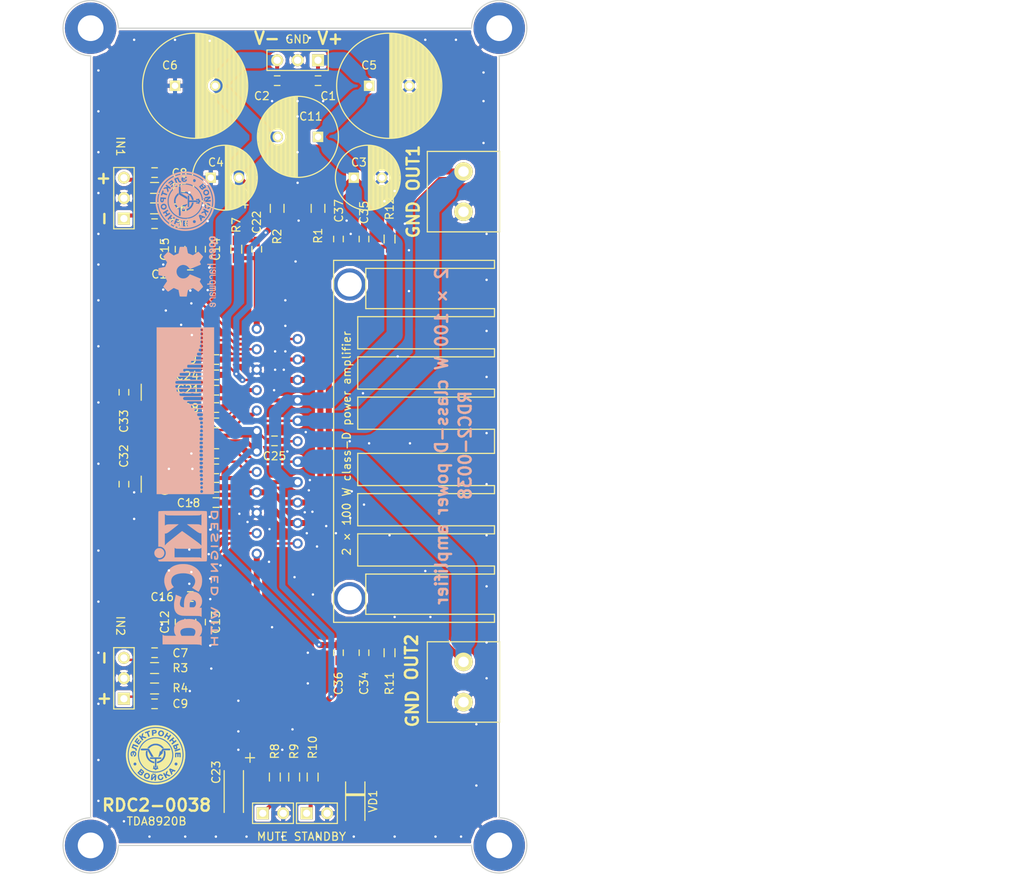
<source format=kicad_pcb>
(kicad_pcb (version 4) (host pcbnew 4.0.5)
  (layers (0 F.Cu signal) (31 B.Cu signal) (34 B.Paste user) (35 F.Paste user) (36 B.SilkS user) (37 F.SilkS user) (38 B.Mask user) (39 F.Mask user) (44 Edge.Cuts user))
  (net 0 "")
  (net 1 GND)
  (net 2 VA+)
  (net 3 VA-)
  (net 4 "Net-(C7-Pad1)")
  (net 5 "Net-(C8-Pad1)")
  (net 6 "Net-(C23-Pad1)")
  (net 7 "Net-(C9-Pad1)")
  (net 8 "Net-(C10-Pad1)")
  (net 9 "Net-(C13-Pad1)")
  (net 10 "Net-(C15-Pad2)")
  (net 11 VP+)
  (net 12 VP-)
  (net 13 "Net-(C12-Pad1)")
  (net 14 "Net-(C12-Pad2)")
  (net 15 "Net-(C13-Pad2)")
  (net 16 "Net-(C14-Pad1)")
  (net 17 "Net-(C14-Pad2)")
  (net 18 "Net-(C15-Pad1)")
  (net 19 "Net-(C22-Pad1)")
  (net 20 "Net-(C24-Pad1)")
  (net 21 "Net-(C26-Pad1)")
  (net 22 "Net-(C26-Pad2)")
  (net 23 "Net-(C27-Pad1)")
  (net 24 "Net-(C27-Pad2)")
  (net 25 "Net-(C34-Pad1)")
  (net 26 "Net-(C35-Pad1)")
  (net 27 "Net-(R8-Pad1)")
  (net 28 "Net-(R10-Pad1)")
  (net 29 "Net-(C25-Pad1)")
  (module NewComponents:Heatsink_HS117-30_43x20mm_2xFixation3mm (layer F.Cu) (at 125.222 79.756 270)
    (fp_text reference REF** hide)
    (fp_text value "Heatsink_HS 117-30_43x20mm_2xFixation3mm")
    (pad 1 thru_hole circle (at -19.492 -1.905 270) (size 4 4) (drill 3) (layers *.Cu *.Mask))
    (pad 1 thru_hole circle (at 19.508 -1.905 270) (size 4 4) (drill 3) (layers *.Cu *.Mask))
  )
  (module Mounting_Holes:MountingHole_3.2mm_M3_Pad (layer F.Cu) (at 145.72 28.4)
    (fp_text reference REF** hide)
    (fp_text value MountingHole_3.2mm_M3_Pad)
    (pad 1 thru_hole circle (at 0 0) (size 6.4 6.4) (drill 3.2) (layers *.Cu *.Mask) (net 1 GND))
  )
  (module Mounting_Holes:MountingHole_3.2mm_M3_Pad (layer F.Cu) (at 94.92 28.4)
    (fp_text reference REF** hide)
    (fp_text value MountingHole_3.2mm_M3_Pad)
    (pad 1 thru_hole circle (at 0 0) (size 6.4 6.4) (drill 3.2) (layers *.Cu *.Mask) (net 1 GND))
  )
  (module Mounting_Holes:MountingHole_3.2mm_M3_Pad (layer F.Cu) (at 94.92 130)
    (fp_text reference REF** hide)
    (fp_text value MountingHole_3.2mm_M3_Pad)
    (pad 1 thru_hole circle (at 0 0) (size 6.4 6.4) (drill 3.2) (layers *.Cu *.Mask) (net 1 GND))
  )
  (module Mounting_Holes:MountingHole_3.2mm_M3_Pad (layer F.Cu) (at 145.72 130)
    (fp_text reference REF** hide)
    (fp_text value MountingHole_3.2mm_M3_Pad)
    (pad 1 thru_hole circle (at 0 0) (size 6.4 6.4) (drill 3.2) (layers *.Cu *.Mask) (net 1 GND))
  )
  (module Capacitors_SMD:C_0603_HandSoldering (layer F.Cu) (at 123.19 34.925)
    (fp_text reference C1 (at 1.27 1.905) (layer F.SilkS))
    (fp_text value C)
    (pad 1 smd rect (at -0.95 0) (size 1.2 0.75) (layers F.Cu F.Paste F.Mask) (net 11 VP+))
    (pad 2 smd rect (at 0.95 0) (size 1.2 0.75) (layers F.Cu F.Paste F.Mask) (net 1 GND))
  )
  (module Capacitors_SMD:C_0603_HandSoldering (layer F.Cu) (at 118.11 34.925)
    (fp_text reference C2 (at -1.905 1.905) (layer F.SilkS))
    (fp_text value C)
    (pad 1 smd rect (at -0.95 0) (size 1.2 0.75) (layers F.Cu F.Paste F.Mask) (net 1 GND))
    (pad 2 smd rect (at 0.95 0) (size 1.2 0.75) (layers F.Cu F.Paste F.Mask) (net 12 VP-))
  )
  (module Capacitors_ThroughHole:C_Radial_D8_L11.5_P3.5 (layer F.Cu) (at 127.635 46.99)
    (fp_text reference C3 (at 0.635 -1.905) (layer F.SilkS))
    (fp_text value CP)
    (pad 2 thru_hole circle (at 3.5 0) (size 1.3 1.3) (drill 0.8) (layers *.Cu *.Mask F.SilkS) (net 1 GND))
    (pad 1 thru_hole rect (at 0 0) (size 1.3 1.3) (drill 0.8) (layers *.Cu *.Mask F.SilkS) (net 11 VP+))
  )
  (module Capacitors_ThroughHole:C_Radial_D8_L11.5_P3.5 (layer F.Cu) (at 109.855 46.99)
    (fp_text reference C4 (at 0.635 -1.905) (layer F.SilkS))
    (fp_text value CP)
    (pad 2 thru_hole circle (at 3.5 0) (size 1.3 1.3) (drill 0.8) (layers *.Cu *.Mask F.SilkS) (net 12 VP-))
    (pad 1 thru_hole rect (at 0 0) (size 1.3 1.3) (drill 0.8) (layers *.Cu *.Mask F.SilkS) (net 1 GND))
  )
  (module Capacitors_ThroughHole:C_Radial_D13_L21_P5 (layer F.Cu) (at 129.54 35.56)
    (fp_text reference C5 (at 0 -2.54) (layer F.SilkS))
    (fp_text value CP)
    (pad 1 thru_hole rect (at 0 0) (size 1.3 1.3) (drill 0.8) (layers *.Cu *.Mask F.SilkS) (net 11 VP+))
    (pad 2 thru_hole circle (at 5 0) (size 1.3 1.3) (drill 0.8) (layers *.Cu *.Mask F.SilkS) (net 1 GND))
  )
  (module Capacitors_ThroughHole:C_Radial_D13_L21_P5 (layer F.Cu) (at 105.41 35.56)
    (fp_text reference C6 (at -0.635 -2.54) (layer F.SilkS))
    (fp_text value CP)
    (pad 1 thru_hole rect (at 0 0) (size 1.3 1.3) (drill 0.8) (layers *.Cu *.Mask F.SilkS) (net 1 GND))
    (pad 2 thru_hole circle (at 5 0) (size 1.3 1.3) (drill 0.8) (layers *.Cu *.Mask F.SilkS) (net 12 VP-))
  )
  (module Capacitors_SMD:C_0603_HandSoldering (layer F.Cu) (at 102.87 106.045)
    (fp_text reference C7 (at 3.2 0.05) (layer F.SilkS))
    (fp_text value C)
    (pad 1 smd rect (at -0.95 0) (size 1.2 0.75) (layers F.Cu F.Paste F.Mask) (net 4 "Net-(C7-Pad1)"))
    (pad 2 smd rect (at 0.95 0) (size 1.2 0.75) (layers F.Cu F.Paste F.Mask) (net 1 GND))
  )
  (module Capacitors_SMD:C_0603_HandSoldering (layer F.Cu) (at 102.87 46.355)
    (fp_text reference C8 (at 3.1 0.05) (layer F.SilkS))
    (fp_text value C)
    (pad 1 smd rect (at -0.95 0) (size 1.2 0.75) (layers F.Cu F.Paste F.Mask) (net 5 "Net-(C8-Pad1)"))
    (pad 2 smd rect (at 0.95 0) (size 1.2 0.75) (layers F.Cu F.Paste F.Mask) (net 1 GND))
  )
  (module Capacitors_SMD:C_0603_HandSoldering (layer F.Cu) (at 102.87 112.395)
    (fp_text reference C9 (at 3.2 0) (layer F.SilkS))
    (fp_text value C)
    (pad 1 smd rect (at -0.95 0) (size 1.2 0.75) (layers F.Cu F.Paste F.Mask) (net 7 "Net-(C9-Pad1)"))
    (pad 2 smd rect (at 0.95 0) (size 1.2 0.75) (layers F.Cu F.Paste F.Mask) (net 1 GND))
  )
  (module Capacitors_SMD:C_0603_HandSoldering (layer F.Cu) (at 102.87 52.705)
    (fp_text reference C10 (at 3.175 0) (layer F.SilkS))
    (fp_text value C)
    (pad 1 smd rect (at -0.95 0) (size 1.2 0.75) (layers F.Cu F.Paste F.Mask) (net 8 "Net-(C10-Pad1)"))
    (pad 2 smd rect (at 0.95 0) (size 1.2 0.75) (layers F.Cu F.Paste F.Mask) (net 1 GND))
  )
  (module Capacitors_ThroughHole:C_Radial_D10_L20_P5 (layer F.Cu) (at 123.19 41.91 180)
    (fp_text reference C11 (at 0.889 2.54 180) (layer F.SilkS))
    (fp_text value CP)
    (pad 1 thru_hole rect (at 0 0 180) (size 1.3 1.3) (drill 0.8) (layers *.Cu *.Mask F.SilkS) (net 11 VP+))
    (pad 2 thru_hole circle (at 5 0 180) (size 1.3 1.3) (drill 0.8) (layers *.Cu *.Mask F.SilkS) (net 12 VP-))
  )
  (module Capacitors_SMD:C_0603_HandSoldering (layer F.Cu) (at 106.045 102.235 270)
    (fp_text reference C12 (at 0 1.905 270) (layer F.SilkS))
    (fp_text value C)
    (pad 1 smd rect (at -0.95 0 270) (size 1.2 0.75) (layers F.Cu F.Paste F.Mask) (net 13 "Net-(C12-Pad1)"))
    (pad 2 smd rect (at 0.95 0 270) (size 1.2 0.75) (layers F.Cu F.Paste F.Mask) (net 14 "Net-(C12-Pad2)"))
  )
  (module Capacitors_SMD:C_0603_HandSoldering (layer F.Cu) (at 108.585 102.235 270)
    (fp_text reference C13 (at 0 -1.905 270) (layer F.SilkS))
    (fp_text value C)
    (pad 1 smd rect (at -0.95 0 270) (size 1.2 0.75) (layers F.Cu F.Paste F.Mask) (net 9 "Net-(C13-Pad1)"))
    (pad 2 smd rect (at 0.95 0 270) (size 1.2 0.75) (layers F.Cu F.Paste F.Mask) (net 15 "Net-(C13-Pad2)"))
  )
  (module Capacitors_SMD:C_0603_HandSoldering (layer F.Cu) (at 108.585 55.88 90)
    (fp_text reference C14 (at 0 1.905 90) (layer F.SilkS))
    (fp_text value C)
    (pad 1 smd rect (at -0.95 0 90) (size 1.2 0.75) (layers F.Cu F.Paste F.Mask) (net 16 "Net-(C14-Pad1)"))
    (pad 2 smd rect (at 0.95 0 90) (size 1.2 0.75) (layers F.Cu F.Paste F.Mask) (net 17 "Net-(C14-Pad2)"))
  )
  (module Capacitors_SMD:C_0603_HandSoldering (layer F.Cu) (at 106.045 55.88 90)
    (fp_text reference C15 (at 0 -1.905 90) (layer F.SilkS))
    (fp_text value C)
    (pad 1 smd rect (at -0.95 0 90) (size 1.2 0.75) (layers F.Cu F.Paste F.Mask) (net 18 "Net-(C15-Pad1)"))
    (pad 2 smd rect (at 0.95 0 90) (size 1.2 0.75) (layers F.Cu F.Paste F.Mask) (net 10 "Net-(C15-Pad2)"))
  )
  (module Capacitors_SMD:C_0603_HandSoldering (layer F.Cu) (at 107.315 99.06)
    (fp_text reference C16 (at -3.5 0.05) (layer F.SilkS))
    (fp_text value C)
    (pad 1 smd rect (at -0.95 0) (size 1.2 0.75) (layers F.Cu F.Paste F.Mask) (net 13 "Net-(C12-Pad1)"))
    (pad 2 smd rect (at 0.95 0) (size 1.2 0.75) (layers F.Cu F.Paste F.Mask) (net 9 "Net-(C13-Pad1)"))
  )
  (module Capacitors_SMD:C_0603_HandSoldering (layer F.Cu) (at 107.315 59.055 180)
    (fp_text reference C17 (at 3.4 0.05 180) (layer F.SilkS))
    (fp_text value C)
    (pad 1 smd rect (at -0.95 0 180) (size 1.2 0.75) (layers F.Cu F.Paste F.Mask) (net 16 "Net-(C14-Pad1)"))
    (pad 2 smd rect (at 0.95 0 180) (size 1.2 0.75) (layers F.Cu F.Paste F.Mask) (net 18 "Net-(C15-Pad1)"))
  )
  (module Capacitors_SMD:C_0603_HandSoldering (layer F.Cu) (at 110.49 87.376 180)
    (fp_text reference C18 (at 3.4 -0.05 180) (layer F.SilkS))
    (fp_text value C)
    (pad 1 smd rect (at -0.95 0 180) (size 1.2 0.75) (layers F.Cu F.Paste F.Mask) (net 2 VA+))
    (pad 2 smd rect (at 0.95 0 180) (size 1.2 0.75) (layers F.Cu F.Paste F.Mask) (net 1 GND))
  )
  (module Capacitors_SMD:C_0603_HandSoldering (layer F.Cu) (at 110.49 69.596 180)
    (fp_text reference C19 (at 3.81 0 180) (layer F.SilkS))
    (fp_text value C)
    (pad 1 smd rect (at -0.95 0 180) (size 1.2 0.75) (layers F.Cu F.Paste F.Mask) (net 2 VA+))
    (pad 2 smd rect (at 0.95 0 180) (size 1.2 0.75) (layers F.Cu F.Paste F.Mask) (net 1 GND))
  )
  (module Capacitors_SMD:C_0603_HandSoldering (layer F.Cu) (at 110.49 85.471 180)
    (fp_text reference C20 (at 3.4 0 180) (layer F.SilkS))
    (fp_text value C)
    (pad 1 smd rect (at -0.95 0 180) (size 1.2 0.75) (layers F.Cu F.Paste F.Mask) (net 3 VA-))
    (pad 2 smd rect (at 0.95 0 180) (size 1.2 0.75) (layers F.Cu F.Paste F.Mask) (net 1 GND))
  )
  (module Capacitors_SMD:C_0603_HandSoldering (layer F.Cu) (at 110.49 73.406 180)
    (fp_text reference C21 (at 3.429 0.127 180) (layer F.SilkS))
    (fp_text value C)
    (pad 1 smd rect (at -0.95 0 180) (size 1.2 0.75) (layers F.Cu F.Paste F.Mask) (net 3 VA-))
    (pad 2 smd rect (at 0.95 0 180) (size 1.2 0.75) (layers F.Cu F.Paste F.Mask) (net 1 GND))
  )
  (module Capacitors_SMD:C_0603_HandSoldering (layer F.Cu) (at 115.57 55.88 90)
    (fp_text reference C22 (at 3.35 0 90) (layer F.SilkS))
    (fp_text value C)
    (pad 1 smd rect (at -0.95 0 90) (size 1.2 0.75) (layers F.Cu F.Paste F.Mask) (net 19 "Net-(C22-Pad1)"))
    (pad 2 smd rect (at 0.95 0 90) (size 1.2 0.75) (layers F.Cu F.Paste F.Mask) (net 3 VA-))
  )
  (module NewComponents:TantalC_SizeA_EIA-3216_HandSoldering_mm (layer F.Cu) (at 112.72 123.3 270)
    (fp_text reference C23 (at -2.4 2.2 270) (layer F.SilkS))
    (fp_text value CP)
    (fp_text user + (at -4.2 -1.9 270) (layer F.SilkS) (effects (font (size 1.5 1.5))))
    (pad 2 smd rect (at 1.99898 0 270) (size 3 1.5) (layers F.Cu F.Paste F.Mask) (net 1 GND))
    (pad 1 smd rect (at -1.99898 0 270) (size 3 1.5) (layers F.Cu F.Paste F.Mask) (net 6 "Net-(C23-Pad1)"))
  )
  (module Capacitors_SMD:C_0603_HandSoldering (layer F.Cu) (at 110.49 71.501 180)
    (fp_text reference C24 (at 3.556 -0.127 180) (layer F.SilkS))
    (fp_text value C)
    (pad 1 smd rect (at -0.95 0 180) (size 1.2 0.75) (layers F.Cu F.Paste F.Mask) (net 20 "Net-(C24-Pad1)"))
    (pad 2 smd rect (at 0.95 0 180) (size 1.2 0.75) (layers F.Cu F.Paste F.Mask) (net 3 VA-))
  )
  (module Capacitors_SMD:C_0603_HandSoldering (layer F.Cu) (at 110.49 81.28)
    (fp_text reference C26 (at -3.683 0) (layer F.SilkS))
    (fp_text value C)
    (pad 1 smd rect (at -0.95 0) (size 1.2 0.75) (layers F.Cu F.Paste F.Mask) (net 21 "Net-(C26-Pad1)"))
    (pad 2 smd rect (at 0.95 0) (size 1.2 0.75) (layers F.Cu F.Paste F.Mask) (net 22 "Net-(C26-Pad2)"))
  )
  (module Capacitors_SMD:C_0603_HandSoldering (layer F.Cu) (at 110.49 77.47)
    (fp_text reference C27 (at -3.556 -0.127) (layer F.SilkS))
    (fp_text value C)
    (pad 1 smd rect (at -0.95 0) (size 1.2 0.75) (layers F.Cu F.Paste F.Mask) (net 23 "Net-(C27-Pad1)"))
    (pad 2 smd rect (at 0.95 0) (size 1.2 0.75) (layers F.Cu F.Paste F.Mask) (net 24 "Net-(C27-Pad2)"))
  )
  (module Capacitors_SMD:C_0603_HandSoldering (layer F.Cu) (at 110.49 75.565 180)
    (fp_text reference C28 (at 3.556 -0.0635 180) (layer F.SilkS))
    (fp_text value C)
    (pad 1 smd rect (at -0.95 0 180) (size 1.2 0.75) (layers F.Cu F.Paste F.Mask) (net 11 VP+))
    (pad 2 smd rect (at 0.95 0 180) (size 1.2 0.75) (layers F.Cu F.Paste F.Mask) (net 1 GND))
  )
  (module Capacitors_SMD:C_0603_HandSoldering (layer F.Cu) (at 110.49 83.185 180)
    (fp_text reference C29 (at 3.429 -0.0635 180) (layer F.SilkS))
    (fp_text value C)
    (pad 1 smd rect (at -0.95 0 180) (size 1.2 0.75) (layers F.Cu F.Paste F.Mask) (net 11 VP+))
    (pad 2 smd rect (at 0.95 0 180) (size 1.2 0.75) (layers F.Cu F.Paste F.Mask) (net 1 GND))
  )
  (module Capacitors_SMD:C_0603_HandSoldering (layer F.Cu) (at 99.06 85.09 270)
    (fp_text reference C32 (at -3.5 0 270) (layer F.SilkS))
    (fp_text value C)
    (pad 1 smd rect (at -0.95 0 270) (size 1.2 0.75) (layers F.Cu F.Paste F.Mask) (net 12 VP-))
    (pad 2 smd rect (at 0.95 0 270) (size 1.2 0.75) (layers F.Cu F.Paste F.Mask) (net 1 GND))
  )
  (module Capacitors_SMD:C_0603_HandSoldering (layer F.Cu) (at 99.06 73.66 90)
    (fp_text reference C33 (at -3.6 0 90) (layer F.SilkS))
    (fp_text value C)
    (pad 1 smd rect (at -0.95 0 90) (size 1.2 0.75) (layers F.Cu F.Paste F.Mask) (net 12 VP-))
    (pad 2 smd rect (at 0.95 0 90) (size 1.2 0.75) (layers F.Cu F.Paste F.Mask) (net 1 GND))
  )
  (module Capacitors_SMD:C_0603_HandSoldering (layer F.Cu) (at 128.905 106.045 270)
    (fp_text reference C34 (at 3.81 0 270) (layer F.SilkS))
    (fp_text value C)
    (pad 1 smd rect (at -0.95 0 270) (size 1.2 0.75) (layers F.Cu F.Paste F.Mask) (net 25 "Net-(C34-Pad1)"))
    (pad 2 smd rect (at 0.95 0 270) (size 1.2 0.75) (layers F.Cu F.Paste F.Mask) (net 11 VP+))
  )
  (module Capacitors_SMD:C_0603_HandSoldering (layer F.Cu) (at 128.905 54.61 90)
    (fp_text reference C35 (at 3.302 0 90) (layer F.SilkS))
    (fp_text value C)
    (pad 1 smd rect (at -0.95 0 90) (size 1.2 0.75) (layers F.Cu F.Paste F.Mask) (net 26 "Net-(C35-Pad1)"))
    (pad 2 smd rect (at 0.95 0 90) (size 1.2 0.75) (layers F.Cu F.Paste F.Mask) (net 11 VP+))
  )
  (module Capacitors_SMD:C_0603_HandSoldering (layer F.Cu) (at 125.73 106.045 90)
    (fp_text reference C36 (at -3.81 0 90) (layer F.SilkS))
    (fp_text value C)
    (pad 1 smd rect (at -0.95 0 90) (size 1.2 0.75) (layers F.Cu F.Paste F.Mask) (net 25 "Net-(C34-Pad1)"))
    (pad 2 smd rect (at 0.95 0 90) (size 1.2 0.75) (layers F.Cu F.Paste F.Mask) (net 12 VP-))
  )
  (module Capacitors_SMD:C_0603_HandSoldering (layer F.Cu) (at 125.73 54.61 90)
    (fp_text reference C37 (at 3.5 0.05 90) (layer F.SilkS))
    (fp_text value C)
    (pad 1 smd rect (at -0.95 0 90) (size 1.2 0.75) (layers F.Cu F.Paste F.Mask) (net 26 "Net-(C35-Pad1)"))
    (pad 2 smd rect (at 0.95 0 90) (size 1.2 0.75) (layers F.Cu F.Paste F.Mask) (net 12 VP-))
  )
  (module Capacitors_SMD:C_0805_HandSoldering (layer F.Cu) (at 123.19 50.8 270)
    (fp_text reference R1 (at 3.4 0 270) (layer F.SilkS))
    (fp_text value R)
    (pad 1 smd rect (at -1.25 0 270) (size 1.5 1.25) (layers F.Cu F.Paste F.Mask) (net 11 VP+))
    (pad 2 smd rect (at 1.25 0 270) (size 1.5 1.25) (layers F.Cu F.Paste F.Mask) (net 2 VA+))
  )
  (module Capacitors_SMD:C_0805_HandSoldering (layer F.Cu) (at 118.11 50.8 270)
    (fp_text reference R2 (at 3.5 0 270) (layer F.SilkS))
    (fp_text value R)
    (pad 1 smd rect (at -1.25 0 270) (size 1.5 1.25) (layers F.Cu F.Paste F.Mask) (net 12 VP-))
    (pad 2 smd rect (at 1.25 0 270) (size 1.5 1.25) (layers F.Cu F.Paste F.Mask) (net 3 VA-))
  )
  (module Resistors_SMD:R_0603_HandSoldering (layer F.Cu) (at 102.87 107.95 180)
    (fp_text reference R3 (at -3.2 0 180) (layer F.SilkS))
    (fp_text value R)
    (pad 1 smd rect (at -1.1 0 180) (size 1.2 0.9) (layers F.Cu F.Paste F.Mask) (net 14 "Net-(C12-Pad2)"))
    (pad 2 smd rect (at 1.1 0 180) (size 1.2 0.9) (layers F.Cu F.Paste F.Mask) (net 4 "Net-(C7-Pad1)"))
  )
  (module Resistors_SMD:R_0603_HandSoldering (layer F.Cu) (at 102.87 110.49 180)
    (fp_text reference R4 (at -3.2 0.05 180) (layer F.SilkS))
    (fp_text value R)
    (pad 1 smd rect (at -1.1 0 180) (size 1.2 0.9) (layers F.Cu F.Paste F.Mask) (net 15 "Net-(C13-Pad2)"))
    (pad 2 smd rect (at 1.1 0 180) (size 1.2 0.9) (layers F.Cu F.Paste F.Mask) (net 7 "Net-(C9-Pad1)"))
  )
  (module Resistors_SMD:R_0603_HandSoldering (layer F.Cu) (at 102.87 48.26 180)
    (fp_text reference R5 (at -3.1 0 180) (layer F.SilkS))
    (fp_text value R)
    (pad 1 smd rect (at -1.1 0 180) (size 1.2 0.9) (layers F.Cu F.Paste F.Mask) (net 17 "Net-(C14-Pad2)"))
    (pad 2 smd rect (at 1.1 0 180) (size 1.2 0.9) (layers F.Cu F.Paste F.Mask) (net 5 "Net-(C8-Pad1)"))
  )
  (module Resistors_SMD:R_0603_HandSoldering (layer F.Cu) (at 102.87 50.8 180)
    (fp_text reference R6 (at -3.1 0 180) (layer F.SilkS))
    (fp_text value R)
    (pad 1 smd rect (at -1.1 0 180) (size 1.2 0.9) (layers F.Cu F.Paste F.Mask) (net 10 "Net-(C15-Pad2)"))
    (pad 2 smd rect (at 1.1 0 180) (size 1.2 0.9) (layers F.Cu F.Paste F.Mask) (net 8 "Net-(C10-Pad1)"))
  )
  (module Resistors_SMD:R_0603_HandSoldering (layer F.Cu) (at 113.03 55.88 90)
    (fp_text reference R7 (at 3 0 90) (layer F.SilkS))
    (fp_text value R)
    (pad 1 smd rect (at -1.1 0 90) (size 1.2 0.9) (layers F.Cu F.Paste F.Mask) (net 19 "Net-(C22-Pad1)"))
    (pad 2 smd rect (at 1.1 0 90) (size 1.2 0.9) (layers F.Cu F.Paste F.Mask) (net 3 VA-))
  )
  (module Resistors_SMD:R_0603_HandSoldering (layer F.Cu) (at 117.82 121.5 90)
    (fp_text reference R8 (at 3.2 0 90) (layer F.SilkS))
    (fp_text value R)
    (pad 1 smd rect (at -1.1 0 90) (size 1.2 0.9) (layers F.Cu F.Paste F.Mask) (net 27 "Net-(R8-Pad1)"))
    (pad 2 smd rect (at 1.1 0 90) (size 1.2 0.9) (layers F.Cu F.Paste F.Mask) (net 6 "Net-(C23-Pad1)"))
  )
  (module Resistors_SMD:R_0603_HandSoldering (layer F.Cu) (at 120.22 121.5 90)
    (fp_text reference R9 (at 3.2 0 90) (layer F.SilkS))
    (fp_text value R)
    (pad 1 smd rect (at -1.1 0 90) (size 1.2 0.9) (layers F.Cu F.Paste F.Mask) (net 28 "Net-(R10-Pad1)"))
    (pad 2 smd rect (at 1.1 0 90) (size 1.2 0.9) (layers F.Cu F.Paste F.Mask) (net 6 "Net-(C23-Pad1)"))
  )
  (module Resistors_SMD:R_0603_HandSoldering (layer F.Cu) (at 122.52 121.5 90)
    (fp_text reference R10 (at 3.7 0 90) (layer F.SilkS))
    (fp_text value R)
    (pad 1 smd rect (at -1.1 0 90) (size 1.2 0.9) (layers F.Cu F.Paste F.Mask) (net 28 "Net-(R10-Pad1)"))
    (pad 2 smd rect (at 1.1 0 90) (size 1.2 0.9) (layers F.Cu F.Paste F.Mask) (net 11 VP+))
  )
  (module Resistors_SMD:R_0603_HandSoldering (layer F.Cu) (at 132.08 106.045 270)
    (fp_text reference R11 (at 3.81 0 270) (layer F.SilkS))
    (fp_text value R)
    (pad 1 smd rect (at -1.1 0 270) (size 1.2 0.9) (layers F.Cu F.Paste F.Mask) (net 22 "Net-(C26-Pad2)"))
    (pad 2 smd rect (at 1.1 0 270) (size 1.2 0.9) (layers F.Cu F.Paste F.Mask) (net 25 "Net-(C34-Pad1)"))
  )
  (module Resistors_SMD:R_0603_HandSoldering (layer F.Cu) (at 132.08 54.61 270)
    (fp_text reference R12 (at -3.81 0 270) (layer F.SilkS))
    (fp_text value R)
    (pad 1 smd rect (at -1.1 0 270) (size 1.2 0.9) (layers F.Cu F.Paste F.Mask) (net 23 "Net-(C27-Pad1)"))
    (pad 2 smd rect (at 1.1 0 270) (size 1.2 0.9) (layers F.Cu F.Paste F.Mask) (net 26 "Net-(C35-Pad1)"))
  )
  (module NewComponents:Diode_SOD-80 (layer F.Cu) (at 127.82 124.5 270)
    (fp_text reference VD1 (at 0 -2.2 270) (layer F.SilkS))
    (fp_text value ZENER)
    (pad 2 smd rect (at 1.9 0 270) (size 1.1 1.7) (layers F.Cu F.Paste F.Mask) (net 1 GND))
    (pad 1 smd rect (at -1.9 0 270) (size 1.1 1.7) (layers F.Cu F.Paste F.Mask) (net 28 "Net-(R10-Pad1)"))
  )
  (module NewComponents:Pin_Header_Straight_1x03_mm (layer F.Cu) (at 123.19 32.385 270)
    (fp_text reference XP1 hide)
    (fp_text value CONN_01X03)
    (pad 1 thru_hole rect (at 0 0 270) (size 1.5 1.5) (drill 0.9) (layers *.Cu *.Mask F.SilkS) (net 11 VP+))
    (pad 2 thru_hole circle (at 0 2.54 270) (size 1.5 1.5) (drill 0.9) (layers *.Cu *.Mask F.SilkS) (net 1 GND))
    (pad 3 thru_hole circle (at 0 5.08 270) (size 1.5 1.5) (drill 0.9) (layers *.Cu *.Mask F.SilkS) (net 12 VP-))
  )
  (module NewComponents:Pin_Header_Straight_1x03_mm (layer F.Cu) (at 99.06 111.76 180)
    (fp_text reference XP2 hide)
    (fp_text value CONN_01X03)
    (pad 1 thru_hole rect (at 0 0 180) (size 1.5 1.5) (drill 0.9) (layers *.Cu *.Mask F.SilkS) (net 7 "Net-(C9-Pad1)"))
    (pad 2 thru_hole circle (at 0 2.54 180) (size 1.5 1.5) (drill 0.9) (layers *.Cu *.Mask F.SilkS) (net 1 GND))
    (pad 3 thru_hole circle (at 0 5.08 180) (size 1.5 1.5) (drill 0.9) (layers *.Cu *.Mask F.SilkS) (net 4 "Net-(C7-Pad1)"))
  )
  (module NewComponents:Pin_Header_Straight_1x03_mm (layer F.Cu) (at 99.06 52.07 180)
    (fp_text reference XP3 hide)
    (fp_text value CONN_01X03)
    (pad 1 thru_hole rect (at 0 0 180) (size 1.5 1.5) (drill 0.9) (layers *.Cu *.Mask F.SilkS) (net 8 "Net-(C10-Pad1)"))
    (pad 2 thru_hole circle (at 0 2.54 180) (size 1.5 1.5) (drill 0.9) (layers *.Cu *.Mask F.SilkS) (net 1 GND))
    (pad 3 thru_hole circle (at 0 5.08 180) (size 1.5 1.5) (drill 0.9) (layers *.Cu *.Mask F.SilkS) (net 5 "Net-(C8-Pad1)"))
  )
  (module NewComponents:Pin_Header_Straight_1x02_mm (layer F.Cu) (at 116.32 126 90)
    (fp_text reference XP4 hide)
    (fp_text value CONN_01X02)
    (pad 1 thru_hole rect (at 0 0 90) (size 1.5 1.5) (drill 0.9) (layers *.Cu *.Mask F.SilkS) (net 27 "Net-(R8-Pad1)"))
    (pad 2 thru_hole oval (at 0 2.54 90) (size 1.5 1.5) (drill 0.9) (layers *.Cu *.Mask F.SilkS) (net 1 GND))
  )
  (module NewComponents:Pin_Header_Straight_1x02_mm (layer F.Cu) (at 121.78 126 90)
    (fp_text reference XP5 hide)
    (fp_text value CONN_01X02)
    (pad 1 thru_hole rect (at 0 0 90) (size 1.5 1.5) (drill 0.9) (layers *.Cu *.Mask F.SilkS) (net 28 "Net-(R10-Pad1)"))
    (pad 2 thru_hole oval (at 0 2.54 90) (size 1.5 1.5) (drill 0.9) (layers *.Cu *.Mask F.SilkS) (net 1 GND))
  )
  (module NewComponents:Clem_2Pos_P5 (layer F.Cu) (at 141.275 109.68 270)
    (fp_text reference XS1 hide)
    (fp_text value CONN_01X02)
    (pad 2 thru_hole circle (at 2.5 0 270) (size 2.3 2.3) (drill 1.3) (layers *.Cu *.Mask F.SilkS) (net 1 GND))
    (pad 1 thru_hole circle (at -2.5 0 270) (size 2.3 2.3) (drill 1.3) (layers *.Cu *.Mask F.SilkS) (net 22 "Net-(C26-Pad2)"))
  )
  (module NewComponents:Clem_2Pos_P5 (layer F.Cu) (at 141.275 48.72 270)
    (fp_text reference XS2 hide)
    (fp_text value CONN_01X02)
    (pad 2 thru_hole circle (at 2.5 0 270) (size 2.3 2.3) (drill 1.3) (layers *.Cu *.Mask F.SilkS) (net 1 GND))
    (pad 1 thru_hole circle (at -2.5 0 270) (size 2.3 2.3) (drill 1.3) (layers *.Cu *.Mask F.SilkS) (net 23 "Net-(C27-Pad1)"))
  )
  (module Capacitors_SMD:C_1206_HandSoldering (layer F.Cu) (at 102.235 73.66 270)
    (fp_text reference C30 (at 0 -2.05 270) (layer F.SilkS))
    (fp_text value C)
    (pad 1 smd rect (at -2 0 270) (size 2 1.6) (layers F.Cu F.Paste F.Mask) (net 11 VP+))
    (pad 2 smd rect (at 2 0 270) (size 2 1.6) (layers F.Cu F.Paste F.Mask) (net 12 VP-))
  )
  (module Capacitors_SMD:C_1206_HandSoldering (layer F.Cu) (at 102.235 85.09 90)
    (fp_text reference C31 (at 0 1.95 90) (layer F.SilkS))
    (fp_text value C)
    (pad 1 smd rect (at -2 0 90) (size 2 1.6) (layers F.Cu F.Paste F.Mask) (net 11 VP+))
    (pad 2 smd rect (at 2 0 90) (size 2 1.6) (layers F.Cu F.Paste F.Mask) (net 12 VP-))
  )
  (module SOT411-1:SOT411-1 (layer F.Cu) (at 118.11 79.756 270)
    (fp_text reference DA1 hide)
    (fp_text value TDA8920BJ hide)
    (pad 1 thru_hole circle (at -13.9812 2.5397 270) (size 1.258 1.258) (drill 0.75) (layers *.Cu *.Mask) (net 19 "Net-(C22-Pad1)"))
    (pad 3 thru_hole circle (at -11.4389 2.5401 270) (size 1.258 1.258) (drill 0.75) (layers *.Cu *.Mask) (net 18 "Net-(C15-Pad1)"))
    (pad 5 thru_hole circle (at -8.8973 2.5401 270) (size 1.258 1.258) (drill 0.75) (layers *.Cu *.Mask) (net 1 GND))
    (pad 7 thru_hole circle (at -6.3562 2.5397 270) (size 1.258 1.258) (drill 0.75) (layers *.Cu *.Mask) (net 20 "Net-(C24-Pad1)"))
    (pad 9 thru_hole circle (at -3.8152 2.5393 270) (size 1.258 1.258) (drill 0.75) (layers *.Cu *.Mask) (net 24 "Net-(C27-Pad2)"))
    (pad 11 thru_hole circle (at -1.2729 2.5397 270) (size 1.258 1.258) (drill 0.75) (layers *.Cu *.Mask) (net 12 VP-))
    (pad 13 thru_hole circle (at 1.2687 2.5397 270) (size 1.258 1.258) (drill 0.75) (layers *.Cu *.Mask) (net 12 VP-))
    (pad 15 thru_hole circle (at 3.8098 2.5393 270) (size 1.258 1.258) (drill 0.75) (layers *.Cu *.Mask) (net 21 "Net-(C26-Pad1)"))
    (pad 17 thru_hole circle (at 6.3506 2.5397 270) (size 1.258 1.258) (drill 0.75) (layers *.Cu *.Mask) (net 3 VA-))
    (pad 19 thru_hole circle (at 8.8929 2.5401 270) (size 1.258 1.258) (drill 0.75) (layers *.Cu *.Mask) (net 1 GND))
    (pad 21 thru_hole circle (at 11.4345 2.5401 270) (size 1.258 1.258) (drill 0.75) (layers *.Cu *.Mask) (net 13 "Net-(C12-Pad1)"))
    (pad 23 thru_hole circle (at 13.9756 2.5397 270) (size 1.258 1.258) (drill 0.75) (layers *.Cu *.Mask) (net 6 "Net-(C23-Pad1)"))
    (pad 2 thru_hole circle (at -12.7112 -2.5403 270) (size 1.258 1.258) (drill 0.75) (layers *.Cu *.Mask) (net 16 "Net-(C14-Pad1)"))
    (pad 4 thru_hole circle (at -10.1689 -2.5399 270) (size 1.258 1.258) (drill 0.75) (layers *.Cu *.Mask) (net 2 VA+))
    (pad 6 thru_hole circle (at -7.6273 -2.5399 270) (size 1.258 1.258) (drill 0.75) (layers *.Cu *.Mask) (net 3 VA-))
    (pad 8 thru_hole circle (at -5.0862 -2.5403 270) (size 1.258 1.258) (drill 0.75) (layers *.Cu *.Mask) (net 11 VP+))
    (pad 10 thru_hole circle (at -2.5452 -2.5407 270) (size 1.258 1.258) (drill 0.75) (layers *.Cu *.Mask) (net 23 "Net-(C27-Pad1)"))
    (pad 12 thru_hole circle (at -0.0029 -2.5403 270) (size 1.258 1.258) (drill 0.75) (layers *.Cu *.Mask) (net 29 "Net-(C25-Pad1)"))
    (pad 14 thru_hole circle (at 2.5387 -2.5403 270) (size 1.258 1.258) (drill 0.75) (layers *.Cu *.Mask) (net 22 "Net-(C26-Pad2)"))
    (pad 16 thru_hole circle (at 5.0798 -2.5407 270) (size 1.258 1.258) (drill 0.75) (layers *.Cu *.Mask) (net 11 VP+))
    (pad 18 thru_hole circle (at 7.6206 -2.5403 270) (size 1.258 1.258) (drill 0.75) (layers *.Cu *.Mask) (net 3 VA-))
    (pad 20 thru_hole circle (at 10.1629 -2.5399 270) (size 1.258 1.258) (drill 0.75) (layers *.Cu *.Mask) (net 2 VA+))
    (pad 22 thru_hole circle (at 12.7045 -2.5399 270) (size 1.258 1.258) (drill 0.75) (layers *.Cu *.Mask) (net 9 "Net-(C13-Pad1)"))
  )
  (module Symbols:graf (layer B.Cu) (at 106.68 75.946 270)
    (fp_text reference G*** hide)
    (fp_text value LOGO hide)
  )
  (module Symbols:CD_light_74 (layer F.Cu) (at 102.997 118.745)
    (fp_text reference G*** hide)
    (fp_text value LOGO hide)
  )
  (module Symbols:KiCad-Logo2_8mm_SilkScreen (layer B.Cu) (at 106.807 96.774 270)
    (fp_text reference REF*** hide)
    (fp_text value KiCad-Logo2_8mm_SilkScreen hide)
  )
  (module Symbols:OSHW-Logo2_9.8x8mm_SilkScreen (layer B.Cu) (at 107.061 58.674 270)
    (fp_text reference REF*** hide)
    (fp_text value OSHW-Logo2_9.8x8mm_SilkScreen hide)
  )
  (module Symbols:CD_light_74 (layer B.Cu) (at 106.68 49.911 270)
    (fp_text reference G*** hide)
    (fp_text value LOGO hide)
  )
  (module Capacitors_SMD:C_0603 (layer F.Cu) (at 117.7798 79.7052 180)
    (fp_text reference C25 (at 0 -1.9 180) (layer F.SilkS))
    (fp_text value C)
    (pad 1 smd rect (at -0.75 0 180) (size 0.8 0.75) (layers F.Cu F.Paste F.Mask) (net 29 "Net-(C25-Pad1)"))
    (pad 2 smd rect (at 0.75 0 180) (size 0.8 0.75) (layers F.Cu F.Paste F.Mask) (net 12 VP-))
  )
  (gr_text TDA8920B (at 103.124 127) (layer F.SilkS) (effects (font (size 1 1))))
  (gr_text "2 × 100 W class-D power amplifier" (at 126.746 80.01 90) (layer F.SilkS) (effects (font (size 1 1))))
  (gr_text "2 × 100 W class-D power amplifier" (at 138.557 79.121 90) (layer B.SilkS) (effects (font (size 1.5 1.5) (thickness 0.3)) (justify mirror)))
  (gr_text RDC2-0038 (at 141.478 80.264 90) (layer B.SilkS) (effects (font (size 1.5 1.5) (thickness 0.3)) (justify mirror)))
  (gr_text RDC2-0038 (at 103.12 125) (layer F.SilkS) (effects (font (size 1.5 1.5) (thickness 0.3))))
  (gr_text + (at 114.12 50.3) (layer F.SilkS) (effects (font (size 1 1))))
  (gr_text OUT1 (at 135.02 45.8 90) (layer F.SilkS) (effects (font (size 1.5 1.5) (thickness 0.3))))
  (gr_text GND (at 135.02 52.2 90) (layer F.SilkS) (effects (font (size 1.5 1.5) (thickness 0.3))))
  (gr_text GND (at 134.92 113 90) (layer F.SilkS) (effects (font (size 1.5 1.5) (thickness 0.3))))
  (gr_text OUT2 (at 134.82 106.6 90) (layer F.SilkS) (effects (font (size 1.5 1.5) (thickness 0.3))))
  (gr_text STANDBY (at 123.42 128.9) (layer F.SilkS) (effects (font (size 1 1))))
  (gr_text MUTE (at 117.52 128.9) (layer F.SilkS) (effects (font (size 1 1))))
  (gr_text - (at 96.52 106.68 90) (layer F.SilkS) (effects (font (size 1.5 1.5) (thickness 0.3))))
  (gr_text + (at 96.52 111.76 90) (layer F.SilkS) (effects (font (size 1.5 1.5) (thickness 0.3))))
  (gr_text IN2 (at 98.62 102.7 270) (layer F.SilkS) (effects (font (size 1 1))))
  (gr_text - (at 96.52 52.07 90) (layer F.SilkS) (effects (font (size 1.5 1.5) (thickness 0.3))))
  (gr_text + (at 96.52 46.99) (layer F.SilkS) (effects (font (size 1.5 1.5) (thickness 0.3))))
  (gr_text IN1 (at 98.62 43.1 270) (layer F.SilkS) (effects (font (size 1 1))))
  (gr_text GND (at 120.65 29.7815) (layer F.SilkS) (effects (font (size 1 1))))
  (gr_text V- (at 116.84 29.6545) (layer F.SilkS) (effects (font (size 1.5 1.5) (thickness 0.3))))
  (gr_text V+ (at 124.714 29.6545) (layer F.SilkS) (effects (font (size 1.5 1.5) (thickness 0.3))))
  (gr_line (start 142.291 28.4) (end 98.349 28.4) (angle 90) (layer Edge.Cuts) (width 0.15))
  (gr_line (start 145.72 126.571) (end 145.72 31.829) (angle 90) (layer Edge.Cuts) (width 0.15))
  (gr_line (start 98.349 130) (end 142.291 130) (angle 90) (layer Edge.Cuts) (width 0.15))
  (gr_line (start 94.92 31.829) (end 94.92 126.571) (angle 90) (layer Edge.Cuts) (width 0.15))
  (gr_arc (start 94.92 130) (end 91.491 130) (angle 90) (layer Edge.Cuts) (width 0.15))
  (gr_arc (start 94.92 130) (end 94.92 133.429) (angle 90) (layer Edge.Cuts) (width 0.15))
  (gr_arc (start 94.92 130) (end 98.349 130) (angle 90) (layer Edge.Cuts) (width 0.15))
  (gr_arc (start 145.72 130) (end 145.72 133.429) (angle 90) (layer Edge.Cuts) (width 0.15))
  (gr_arc (start 145.72 130) (end 149.149 130) (angle 90) (layer Edge.Cuts) (width 0.15))
  (gr_arc (start 145.72 130) (end 145.72 126.571) (angle 90) (layer Edge.Cuts) (width 0.15))
  (gr_arc (start 145.72 28.4) (end 149.149 28.4) (angle 90) (layer Edge.Cuts) (width 0.15))
  (gr_arc (start 145.72 28.4) (end 145.72 24.971) (angle 90) (layer Edge.Cuts) (width 0.15))
  (gr_arc (start 145.72 28.4) (end 142.291 28.4) (angle 90) (layer Edge.Cuts) (width 0.15))
  (gr_arc (start 94.92 28.4) (end 94.92 24.971) (angle 90) (layer Edge.Cuts) (width 0.15))
  (gr_arc (start 94.92 28.4) (end 91.491 28.4) (angle 90) (layer Edge.Cuts) (width 0.15))
  (gr_arc (start 94.92 28.4) (end 94.92 31.829) (angle 90) (layer Edge.Cuts) (width 0.15))
  (segment (start 121.666 78.613) (end 121.666 79.1845) (width 0.3) (layer F.Cu) (net 1))
  (via (at 119.38 81.026) (size 0.7) (drill 0.3) (layers F.Cu B.Cu) (net 1))
  (segment (start 121.0945 81.026) (end 119.38 81.026) (width 0.3) (layer F.Cu) (net 1))
  (segment (start 121.9835 80.137) (end 121.0945 81.026) (width 0.3) (layer F.Cu) (net 1))
  (segment (start 121.9835 79.502) (end 121.9835 80.137) (width 0.3) (layer F.Cu) (net 1))
  (segment (start 121.666 79.1845) (end 121.9835 79.502) (width 0.3) (layer F.Cu) (net 1))
  (segment (start 115.5699 70.8587) (end 115.5699 70.8661) (width 0.3) (layer F.Cu) (net 1))
  (segment (start 115.5699 70.8661) (end 114.935 71.501) (width 0.3) (layer F.Cu) (net 1))
  (segment (start 114.935 71.501) (end 114.681 71.501) (width 0.3) (layer F.Cu) (net 1))
  (segment (start 115.5699 70.8587) (end 115.497698 70.8587) (width 0.3) (layer F.Cu) (net 1))
  (segment (start 115.497698 70.8587) (end 114.935 70.296002) (width 0.3) (layer F.Cu) (net 1))
  (segment (start 114.935 70.296002) (end 114.3 70.296002) (width 0.3) (layer F.Cu) (net 1))
  (segment (start 115.5699 70.8587) (end 115.578802 70.8587) (width 0.3) (layer F.Cu) (net 1))
  (segment (start 115.578802 70.8587) (end 116.1415 70.296002) (width 0.3) (layer F.Cu) (net 1))
  (segment (start 116.1415 70.296002) (end 116.3955 70.296002) (width 0.3) (layer F.Cu) (net 1))
  (segment (start 115.5699 70.8587) (end 115.5699 70.8659) (width 0.3) (layer F.Cu) (net 1))
  (segment (start 115.5699 70.8659) (end 116.205 71.501) (width 0.3) (layer F.Cu) (net 1))
  (segment (start 116.205 71.501) (end 116.3955 71.501) (width 0.3) (layer F.Cu) (net 1))
  (segment (start 117.856 70.866) (end 118.9355 70.866) (width 0.3) (layer F.Cu) (net 1))
  (via (at 117.856 70.866) (size 0.7) (drill 0.3) (layers F.Cu B.Cu) (net 1))
  (via (at 118.9355 70.866) (size 0.7) (drill 0.3) (layers F.Cu B.Cu) (net 1))
  (segment (start 115.5699 70.8587) (end 115.5773 70.8587) (width 0.3) (layer B.Cu) (net 1))
  (segment (start 115.5773 70.8587) (end 116.3955 70.0405) (width 0.3) (layer B.Cu) (net 1))
  (segment (start 117.5385 70.866) (end 117.856 70.866) (width 0.3) (layer B.Cu) (net 1))
  (segment (start 116.713 70.0405) (end 117.5385 70.866) (width 0.3) (layer B.Cu) (net 1))
  (segment (start 116.3955 70.0405) (end 116.713 70.0405) (width 0.3) (layer B.Cu) (net 1))
  (segment (start 121.793 91.186) (end 123.317 91.186) (width 0.3) (layer F.Cu) (net 1))
  (via (at 121.539 88.5825) (size 0.7) (drill 0.3) (layers F.Cu B.Cu) (net 1))
  (segment (start 122.428 88.5825) (end 121.539 88.5825) (width 0.3) (layer F.Cu) (net 1))
  (segment (start 122.4915 88.519) (end 122.428 88.5825) (width 0.3) (layer F.Cu) (net 1))
  (via (at 122.4915 88.519) (size 0.7) (drill 0.3) (layers F.Cu B.Cu) (net 1))
  (segment (start 122.936 88.519) (end 122.4915 88.519) (width 0.3) (layer B.Cu) (net 1))
  (segment (start 123.063 88.646) (end 122.936 88.519) (width 0.3) (layer B.Cu) (net 1))
  (segment (start 123.063 89.154) (end 123.063 88.646) (width 0.3) (layer B.Cu) (net 1))
  (segment (start 124.206 90.297) (end 123.063 89.154) (width 0.3) (layer B.Cu) (net 1))
  (via (at 124.206 90.297) (size 0.7) (drill 0.3) (layers F.Cu B.Cu) (net 1))
  (segment (start 123.317 91.186) (end 124.206 90.297) (width 0.3) (layer F.Cu) (net 1))
  (segment (start 105.41 35.56) (end 107.442 35.56) (width 0.3) (layer B.Cu) (net 1))
  (via (at 109.728 29.972) (size 0.7) (drill 0.3) (layers F.Cu B.Cu) (net 1))
  (segment (start 109.728 33.274) (end 109.728 29.972) (width 0.3) (layer B.Cu) (net 1))
  (segment (start 107.442 35.56) (end 109.728 33.274) (width 0.3) (layer B.Cu) (net 1))
  (segment (start 120.65 32.385) (end 122.174 30.861) (width 0.3) (layer B.Cu) (net 1))
  (via (at 119.38 29.591) (size 0.7) (drill 0.3) (layers F.Cu B.Cu) (net 1))
  (segment (start 122.174 29.591) (end 119.38 29.591) (width 0.3) (layer F.Cu) (net 1))
  (via (at 122.174 29.591) (size 0.7) (drill 0.3) (layers F.Cu B.Cu) (net 1))
  (segment (start 122.174 30.861) (end 122.174 29.591) (width 0.3) (layer B.Cu) (net 1))
  (segment (start 134.54 35.56) (end 134.62 35.56) (width 0.3) (layer F.Cu) (net 1))
  (segment (start 134.62 35.56) (end 136.652 37.592) (width 0.3) (layer F.Cu) (net 1))
  (via (at 143.764 42.672) (size 0.7) (drill 0.3) (layers F.Cu B.Cu) (net 1))
  (segment (start 143.764 37.465) (end 143.764 42.672) (width 0.3) (layer F.Cu) (net 1))
  (via (at 143.764 37.465) (size 0.7) (drill 0.3) (layers F.Cu B.Cu) (net 1))
  (segment (start 143.764 33.909) (end 143.764 37.465) (width 0.3) (layer B.Cu) (net 1))
  (via (at 143.764 33.909) (size 0.7) (drill 0.3) (layers F.Cu B.Cu) (net 1))
  (segment (start 140.081 37.592) (end 143.764 33.909) (width 0.3) (layer F.Cu) (net 1))
  (segment (start 136.652 37.592) (end 140.081 37.592) (width 0.3) (layer F.Cu) (net 1))
  (segment (start 131.135 46.99) (end 131.135 47.061) (width 0.3) (layer B.Cu) (net 1))
  (segment (start 131.135 47.061) (end 132.715 48.641) (width 0.3) (layer B.Cu) (net 1))
  (via (at 132.715 48.641) (size 0.7) (drill 0.3) (layers F.Cu B.Cu) (net 1))
  (segment (start 132.715 48.641) (end 131.445 49.911) (width 0.3) (layer F.Cu) (net 1))
  (via (at 131.445 49.911) (size 0.7) (drill 0.3) (layers F.Cu B.Cu) (net 1))
  (segment (start 131.445 49.911) (end 133.985 52.451) (width 0.3) (layer B.Cu) (net 1))
  (segment (start 133.985 52.451) (end 133.985 52.705) (width 0.3) (layer B.Cu) (net 1))
  (via (at 133.985 52.705) (size 0.7) (drill 0.3) (layers F.Cu B.Cu) (net 1))
  (segment (start 133.985 52.705) (end 134.493 53.213) (width 0.3) (layer F.Cu) (net 1))
  (segment (start 134.493 53.213) (end 134.493 56.007) (width 0.3) (layer F.Cu) (net 1))
  (via (at 134.493 56.007) (size 0.7) (drill 0.3) (layers F.Cu B.Cu) (net 1))
  (segment (start 134.493 56.007) (end 134.493 61.087) (width 0.3) (layer B.Cu) (net 1))
  (via (at 134.493 61.087) (size 0.7) (drill 0.3) (layers F.Cu B.Cu) (net 1))
  (segment (start 129.54 80.01) (end 129.54 74.549) (width 0.3) (layer F.Cu) (net 1))
  (via (at 133.096 69.215) (size 0.7) (drill 0.3) (layers F.Cu B.Cu) (net 1))
  (segment (start 133.096 69.469) (end 133.096 69.215) (width 0.3) (layer B.Cu) (net 1))
  (segment (start 128.778 73.787) (end 133.096 69.469) (width 0.3) (layer B.Cu) (net 1))
  (via (at 128.778 73.787) (size 0.7) (drill 0.3) (layers F.Cu B.Cu) (net 1))
  (segment (start 129.54 74.549) (end 128.778 73.787) (width 0.3) (layer F.Cu) (net 1))
  (segment (start 99.06 86.04) (end 100.264 86.04) (width 0.3) (layer F.Cu) (net 1))
  (via (at 100.33 89.408) (size 0.7) (drill 0.3) (layers F.Cu B.Cu) (net 1))
  (segment (start 100.33 86.106) (end 100.33 89.408) (width 0.3) (layer B.Cu) (net 1))
  (via (at 100.33 86.106) (size 0.7) (drill 0.3) (layers F.Cu B.Cu) (net 1))
  (segment (start 100.264 86.04) (end 100.33 86.106) (width 0.3) (layer F.Cu) (net 1))
  (segment (start 109.54 87.376) (end 107.442 87.376) (width 0.3) (layer F.Cu) (net 1))
  (via (at 107.442 87.376) (size 0.7) (drill 0.3) (layers F.Cu B.Cu) (net 1))
  (segment (start 109.54 83.185) (end 107.569 83.185) (width 0.3) (layer F.Cu) (net 1))
  (via (at 104.648 83.185) (size 0.7) (drill 0.3) (layers F.Cu B.Cu) (net 1))
  (segment (start 105.537 83.185) (end 104.648 83.185) (width 0.3) (layer F.Cu) (net 1))
  (segment (start 107.442 81.28) (end 105.537 83.185) (width 0.3) (layer F.Cu) (net 1))
  (via (at 107.442 81.28) (size 0.7) (drill 0.3) (layers F.Cu B.Cu) (net 1))
  (segment (start 107.442 83.058) (end 107.442 81.28) (width 0.3) (layer B.Cu) (net 1))
  (segment (start 107.569 83.185) (end 107.442 83.058) (width 0.3) (layer B.Cu) (net 1))
  (via (at 107.569 83.185) (size 0.7) (drill 0.3) (layers F.Cu B.Cu) (net 1))
  (segment (start 118.745 118.11) (end 113.284 118.11) (width 0.3) (layer B.Cu) (net 1))
  (segment (start 112.3315 108.0135) (end 117.475 102.87) (width 0.3) (layer B.Cu) (net 1))
  (via (at 117.475 102.87) (size 0.7) (drill 0.3) (layers F.Cu B.Cu) (net 1))
  (segment (start 117.475 102.87) (end 120.65 106.045) (width 0.3) (layer F.Cu) (net 1))
  (segment (start 120.65 106.045) (end 121.92 106.045) (width 0.3) (layer F.Cu) (net 1))
  (via (at 121.92 106.045) (size 0.7) (drill 0.3) (layers F.Cu B.Cu) (net 1))
  (segment (start 121.92 106.045) (end 121.92 109.855) (width 0.3) (layer B.Cu) (net 1))
  (via (at 121.92 109.855) (size 0.7) (drill 0.3) (layers F.Cu B.Cu) (net 1))
  (segment (start 121.92 109.855) (end 120.015 111.76) (width 0.3) (layer F.Cu) (net 1))
  (segment (start 120.015 111.76) (end 120.015 115.57) (width 0.3) (layer F.Cu) (net 1))
  (via (at 120.015 115.57) (size 0.7) (drill 0.3) (layers F.Cu B.Cu) (net 1))
  (segment (start 120.015 115.57) (end 118.745 116.84) (width 0.3) (layer B.Cu) (net 1))
  (segment (start 118.745 116.84) (end 118.745 118.11) (width 0.3) (layer B.Cu) (net 1))
  (via (at 118.745 118.11) (size 0.7) (drill 0.3) (layers F.Cu B.Cu) (net 1))
  (segment (start 109.9185 108.0135) (end 112.3315 108.0135) (width 0.3) (layer B.Cu) (net 1))
  (via (at 113.284 112.014) (size 0.7) (drill 0.3) (layers F.Cu B.Cu) (net 1))
  (segment (start 113.284 115.824) (end 113.284 112.014) (width 0.3) (layer B.Cu) (net 1))
  (via (at 113.284 115.824) (size 0.7) (drill 0.3) (layers F.Cu B.Cu) (net 1))
  (segment (start 113.284 118.11) (end 113.284 115.824) (width 0.3) (layer F.Cu) (net 1))
  (via (at 113.284 118.11) (size 0.7) (drill 0.3) (layers F.Cu B.Cu) (net 1))
  (segment (start 121.793 91.186) (end 121.793 91.567) (width 0.3) (layer F.Cu) (net 1))
  (via (at 122.555 98.806) (size 0.7) (drill 0.3) (layers F.Cu B.Cu) (net 1))
  (segment (start 122.428 98.806) (end 122.555 98.806) (width 0.3) (layer F.Cu) (net 1))
  (segment (start 120.269 96.647) (end 122.428 98.806) (width 0.3) (layer F.Cu) (net 1))
  (via (at 120.269 96.647) (size 0.7) (drill 0.3) (layers F.Cu B.Cu) (net 1))
  (segment (start 120.269 95.631) (end 120.269 96.647) (width 0.3) (layer B.Cu) (net 1))
  (segment (start 123.063 92.837) (end 120.269 95.631) (width 0.3) (layer B.Cu) (net 1))
  (via (at 123.063 92.837) (size 0.7) (drill 0.3) (layers F.Cu B.Cu) (net 1))
  (segment (start 121.793 91.567) (end 123.063 92.837) (width 0.3) (layer F.Cu) (net 1))
  (segment (start 117.1575 90.678) (end 117.1575 94.6785) (width 0.3) (layer B.Cu) (net 1))
  (via (at 117.094 94.742) (size 0.7) (drill 0.3) (layers F.Cu B.Cu) (net 1))
  (segment (start 117.1575 94.6785) (end 117.094 94.742) (width 0.3) (layer B.Cu) (net 1))
  (segment (start 115.5699 88.6489) (end 115.5671 88.6489) (width 0.3) (layer B.Cu) (net 1))
  (segment (start 115.5671 88.6489) (end 114.427 89.789) (width 0.3) (layer B.Cu) (net 1))
  (via (at 113.411 88.773) (size 0.7) (drill 0.3) (layers F.Cu B.Cu) (net 1))
  (segment (start 114.427 89.789) (end 113.411 88.773) (width 0.3) (layer F.Cu) (net 1))
  (via (at 114.427 89.789) (size 0.7) (drill 0.3) (layers F.Cu B.Cu) (net 1))
  (segment (start 119.38 81.026) (end 119.38 82.931) (width 0.3) (layer B.Cu) (net 1))
  (segment (start 119.38 82.931) (end 120.015 83.566) (width 0.3) (layer B.Cu) (net 1))
  (segment (start 120.015 83.566) (end 121.031 83.566) (width 0.3) (layer B.Cu) (net 1))
  (segment (start 121.031 83.566) (end 121.793 84.328) (width 0.3) (layer B.Cu) (net 1))
  (segment (start 121.793 84.328) (end 121.92 84.328) (width 0.3) (layer B.Cu) (net 1))
  (segment (start 121.92 84.328) (end 122.174 84.582) (width 0.3) (layer B.Cu) (net 1))
  (via (at 122.174 84.582) (size 0.7) (drill 0.3) (layers F.Cu B.Cu) (net 1))
  (segment (start 122.174 84.582) (end 122.047 84.709) (width 0.3) (layer F.Cu) (net 1))
  (segment (start 122.047 84.709) (end 122.047 85.852) (width 0.3) (layer F.Cu) (net 1))
  (via (at 122.047 85.852) (size 0.7) (drill 0.3) (layers F.Cu B.Cu) (net 1))
  (segment (start 127.381 86.106) (end 128.905 87.63) (width 0.3) (layer B.Cu) (net 1))
  (via (at 128.905 87.63) (size 0.7) (drill 0.3) (layers F.Cu B.Cu) (net 1))
  (segment (start 128.905 87.63) (end 134.62 81.915) (width 0.3) (layer F.Cu) (net 1))
  (segment (start 134.62 81.915) (end 134.62 80.01) (width 0.3) (layer F.Cu) (net 1))
  (via (at 134.62 80.01) (size 0.7) (drill 0.3) (layers F.Cu B.Cu) (net 1))
  (segment (start 134.62 80.01) (end 129.54 80.01) (width 0.3) (layer B.Cu) (net 1))
  (via (at 129.54 80.01) (size 0.7) (drill 0.3) (layers F.Cu B.Cu) (net 1))
  (segment (start 129.54 80.01) (end 129.286 79.756) (width 0.3) (layer F.Cu) (net 1))
  (segment (start 129.286 79.756) (end 127.127 79.756) (width 0.3) (layer F.Cu) (net 1))
  (via (at 127.127 79.756) (size 0.7) (drill 0.3) (layers F.Cu B.Cu) (net 1))
  (segment (start 127.127 79.756) (end 127 79.629) (width 0.3) (layer B.Cu) (net 1))
  (segment (start 127 79.629) (end 122.682 79.629) (width 0.3) (layer B.Cu) (net 1))
  (segment (start 122.682 79.629) (end 121.666 78.613) (width 0.3) (layer B.Cu) (net 1))
  (via (at 121.666 78.613) (size 0.7) (drill 0.3) (layers F.Cu B.Cu) (net 1))
  (via (at 127.1905 89.281) (size 0.7) (drill 0.3) (layers F.Cu B.Cu) (net 1))
  (segment (start 127.1905 89.281) (end 127.381 89.0905) (width 0.3) (layer B.Cu) (net 1))
  (segment (start 127.381 89.0905) (end 127.381 85.979) (width 0.3) (layer B.Cu) (net 1))
  (via (at 127.381 85.979) (size 0.7) (drill 0.3) (layers F.Cu B.Cu) (net 1))
  (segment (start 127.381 85.979) (end 127.381 86.106) (width 0.3) (layer B.Cu) (net 1))
  (segment (start 117.16 34.925) (end 117.16 37.15) (width 0.3) (layer F.Cu) (net 1))
  (via (at 120.65 47.625) (size 0.7) (drill 0.3) (layers F.Cu B.Cu) (net 1))
  (segment (start 120.65 43.815) (end 120.65 47.625) (width 0.3) (layer B.Cu) (net 1))
  (via (at 120.65 43.815) (size 0.7) (drill 0.3) (layers F.Cu B.Cu) (net 1))
  (segment (start 120.65 39.37) (end 120.65 43.815) (width 0.3) (layer F.Cu) (net 1))
  (via (at 120.65 39.37) (size 0.7) (drill 0.3) (layers F.Cu B.Cu) (net 1))
  (segment (start 121.92 39.37) (end 120.65 39.37) (width 0.3) (layer B.Cu) (net 1))
  (segment (start 123.825 37.465) (end 121.92 39.37) (width 0.3) (layer B.Cu) (net 1))
  (via (at 123.825 37.465) (size 0.7) (drill 0.3) (layers F.Cu B.Cu) (net 1))
  (segment (start 120.65 37.465) (end 123.825 37.465) (width 0.3) (layer F.Cu) (net 1))
  (via (at 120.65 37.465) (size 0.7) (drill 0.3) (layers F.Cu B.Cu) (net 1))
  (segment (start 117.475 37.465) (end 120.65 37.465) (width 0.3) (layer B.Cu) (net 1))
  (via (at 117.475 37.465) (size 0.7) (drill 0.3) (layers F.Cu B.Cu) (net 1))
  (segment (start 117.16 37.15) (end 117.475 37.465) (width 0.3) (layer F.Cu) (net 1))
  (segment (start 127.1905 89.281) (end 129.921 89.281) (width 0.3) (layer F.Cu) (net 1))
  (via (at 132.715 101.6) (size 0.7) (drill 0.3) (layers F.Cu B.Cu) (net 1))
  (segment (start 137.16 101.6) (end 132.715 101.6) (width 0.3) (layer B.Cu) (net 1))
  (via (at 137.16 101.6) (size 0.7) (drill 0.3) (layers F.Cu B.Cu) (net 1))
  (segment (start 137.16 96.52) (end 137.16 101.6) (width 0.3) (layer F.Cu) (net 1))
  (segment (start 136.525 95.885) (end 137.16 96.52) (width 0.3) (layer F.Cu) (net 1))
  (via (at 136.525 95.885) (size 0.7) (drill 0.3) (layers F.Cu B.Cu) (net 1))
  (segment (start 132.08 91.44) (end 136.525 95.885) (width 0.3) (layer B.Cu) (net 1))
  (via (at 132.08 91.44) (size 0.7) (drill 0.3) (layers F.Cu B.Cu) (net 1))
  (segment (start 129.921 89.281) (end 132.08 91.44) (width 0.3) (layer F.Cu) (net 1))
  (segment (start 141.275 51.22) (end 141.39 51.22) (width 0.3) (layer B.Cu) (net 1))
  (segment (start 141.39 51.22) (end 144.145 53.975) (width 0.3) (layer B.Cu) (net 1))
  (via (at 144.145 53.975) (size 0.7) (drill 0.3) (layers F.Cu B.Cu) (net 1))
  (segment (start 144.145 53.975) (end 144.145 59.69) (width 0.3) (layer F.Cu) (net 1))
  (via (at 144.145 59.69) (size 0.7) (drill 0.3) (layers F.Cu B.Cu) (net 1))
  (segment (start 144.145 59.69) (end 144.145 66.04) (width 0.3) (layer B.Cu) (net 1))
  (via (at 144.145 66.04) (size 0.7) (drill 0.3) (layers F.Cu B.Cu) (net 1))
  (segment (start 144.145 66.04) (end 144.145 71.755) (width 0.3) (layer F.Cu) (net 1))
  (via (at 144.145 71.755) (size 0.7) (drill 0.3) (layers F.Cu B.Cu) (net 1))
  (segment (start 144.145 71.755) (end 144.145 78.74) (width 0.3) (layer B.Cu) (net 1))
  (via (at 144.145 78.74) (size 0.7) (drill 0.3) (layers F.Cu B.Cu) (net 1))
  (segment (start 144.145 78.74) (end 144.145 85.09) (width 0.3) (layer F.Cu) (net 1))
  (via (at 144.145 85.09) (size 0.7) (drill 0.3) (layers F.Cu B.Cu) (net 1))
  (segment (start 144.145 85.09) (end 144.145 91.44) (width 0.3) (layer B.Cu) (net 1))
  (via (at 144.145 91.44) (size 0.7) (drill 0.3) (layers F.Cu B.Cu) (net 1))
  (segment (start 144.145 91.44) (end 144.145 97.79) (width 0.3) (layer F.Cu) (net 1))
  (via (at 144.145 97.79) (size 0.7) (drill 0.3) (layers F.Cu B.Cu) (net 1))
  (segment (start 144.145 97.79) (end 144.145 104.775) (width 0.3) (layer B.Cu) (net 1))
  (via (at 144.145 104.775) (size 0.7) (drill 0.3) (layers F.Cu B.Cu) (net 1))
  (segment (start 144.145 104.775) (end 144.145 109.22) (width 0.3) (layer F.Cu) (net 1))
  (via (at 144.145 109.22) (size 0.7) (drill 0.3) (layers F.Cu B.Cu) (net 1))
  (segment (start 95.885 48.895) (end 95.885 53.975) (width 0.3) (layer B.Cu) (net 1))
  (via (at 95.885 124.46) (size 0.7) (drill 0.3) (layers F.Cu B.Cu) (net 1))
  (segment (start 95.885 119.38) (end 95.885 124.46) (width 0.3) (layer F.Cu) (net 1))
  (via (at 95.885 119.38) (size 0.7) (drill 0.3) (layers F.Cu B.Cu) (net 1))
  (segment (start 95.885 112.395) (end 95.885 119.38) (width 0.3) (layer B.Cu) (net 1))
  (via (at 95.885 112.395) (size 0.7) (drill 0.3) (layers F.Cu B.Cu) (net 1))
  (segment (start 95.885 106.045) (end 95.885 112.395) (width 0.3) (layer F.Cu) (net 1))
  (via (at 95.885 106.045) (size 0.7) (drill 0.3) (layers F.Cu B.Cu) (net 1))
  (segment (start 95.885 99.695) (end 95.885 106.045) (width 0.3) (layer B.Cu) (net 1))
  (via (at 95.885 99.695) (size 0.7) (drill 0.3) (layers F.Cu B.Cu) (net 1))
  (segment (start 95.885 93.345) (end 95.885 99.695) (width 0.3) (layer F.Cu) (net 1))
  (via (at 95.885 93.345) (size 0.7) (drill 0.3) (layers F.Cu B.Cu) (net 1))
  (segment (start 95.885 82.55) (end 95.885 93.345) (width 0.3) (layer B.Cu) (net 1))
  (via (at 95.885 82.55) (size 0.7) (drill 0.3) (layers F.Cu B.Cu) (net 1))
  (segment (start 95.885 74.93) (end 95.885 82.55) (width 0.3) (layer F.Cu) (net 1))
  (via (at 95.885 74.93) (size 0.7) (drill 0.3) (layers F.Cu B.Cu) (net 1))
  (segment (start 95.885 67.945) (end 95.885 74.93) (width 0.3) (layer B.Cu) (net 1))
  (via (at 95.885 67.945) (size 0.7) (drill 0.3) (layers F.Cu B.Cu) (net 1))
  (segment (start 95.885 62.23) (end 95.885 67.945) (width 0.3) (layer F.Cu) (net 1))
  (via (at 95.885 62.23) (size 0.7) (drill 0.3) (layers F.Cu B.Cu) (net 1))
  (segment (start 95.885 57.785) (end 95.885 62.23) (width 0.3) (layer B.Cu) (net 1))
  (via (at 95.885 57.785) (size 0.7) (drill 0.3) (layers F.Cu B.Cu) (net 1))
  (segment (start 95.885 53.975) (end 95.885 57.785) (width 0.3) (layer F.Cu) (net 1))
  (via (at 95.885 53.975) (size 0.7) (drill 0.3) (layers F.Cu B.Cu) (net 1))
  (segment (start 99.06 49.53) (end 97.155 47.625) (width 0.3) (layer B.Cu) (net 1))
  (via (at 95.885 33.655) (size 0.7) (drill 0.3) (layers F.Cu B.Cu) (net 1))
  (segment (start 95.885 38.735) (end 95.885 33.655) (width 0.3) (layer F.Cu) (net 1))
  (via (at 95.885 38.735) (size 0.7) (drill 0.3) (layers F.Cu B.Cu) (net 1))
  (segment (start 95.885 43.815) (end 95.885 38.735) (width 0.3) (layer B.Cu) (net 1))
  (via (at 95.885 43.815) (size 0.7) (drill 0.3) (layers F.Cu B.Cu) (net 1))
  (segment (start 95.885 48.895) (end 95.885 43.815) (width 0.3) (layer F.Cu) (net 1))
  (via (at 95.885 48.895) (size 0.7) (drill 0.3) (layers F.Cu B.Cu) (net 1))
  (segment (start 97.155 47.625) (end 95.885 48.895) (width 0.3) (layer B.Cu) (net 1))
  (segment (start 134.62 35.56) (end 136.525 33.655) (width 0.3) (layer B.Cu) (net 1))
  (segment (start 136.525 33.655) (end 136.525 29.845) (width 0.3) (layer B.Cu) (net 1))
  (via (at 136.525 29.845) (size 0.7) (drill 0.3) (layers F.Cu B.Cu) (net 1))
  (segment (start 136.525 29.845) (end 140.335 29.845) (width 0.3) (layer F.Cu) (net 1))
  (via (at 140.335 29.845) (size 0.7) (drill 0.3) (layers F.Cu B.Cu) (net 1))
  (segment (start 140.335 29.845) (end 141.605 31.115) (width 0.3) (layer B.Cu) (net 1))
  (segment (start 141.605 31.115) (end 143.005 31.115) (width 0.3) (layer B.Cu) (net 1))
  (segment (start 143.005 31.115) (end 145.72 28.4) (width 0.3) (layer B.Cu) (net 1))
  (segment (start 105.41 35.56) (end 105.41 29.845) (width 0.3) (layer B.Cu) (net 1))
  (segment (start 97.635 31.115) (end 94.92 28.4) (width 0.3) (layer B.Cu) (net 1))
  (segment (start 99.06 31.115) (end 97.635 31.115) (width 0.3) (layer B.Cu) (net 1))
  (segment (start 100.33 29.845) (end 99.06 31.115) (width 0.3) (layer B.Cu) (net 1))
  (via (at 100.33 29.845) (size 0.7) (drill 0.3) (layers F.Cu B.Cu) (net 1))
  (segment (start 105.41 29.845) (end 100.33 29.845) (width 0.3) (layer F.Cu) (net 1))
  (via (at 105.41 29.845) (size 0.7) (drill 0.3) (layers F.Cu B.Cu) (net 1))
  (segment (start 141.275 112.18) (end 141.39 112.18) (width 0.3) (layer B.Cu) (net 1))
  (segment (start 141.39 112.18) (end 142.875 113.665) (width 0.3) (layer B.Cu) (net 1))
  (segment (start 142.875 113.665) (end 142.875 114.935) (width 0.3) (layer B.Cu) (net 1))
  (via (at 142.875 114.935) (size 0.7) (drill 0.3) (layers F.Cu B.Cu) (net 1))
  (segment (start 142.875 114.935) (end 142.875 122.555) (width 0.3) (layer F.Cu) (net 1))
  (via (at 142.875 122.555) (size 0.7) (drill 0.3) (layers F.Cu B.Cu) (net 1))
  (segment (start 118.745 128.905) (end 123.19 128.905) (width 0.3) (layer F.Cu) (net 1))
  (segment (start 142.24 126.52) (end 145.72 130) (width 0.3) (layer B.Cu) (net 1))
  (segment (start 142.24 126.365) (end 142.24 126.52) (width 0.3) (layer B.Cu) (net 1))
  (segment (start 141.605 127) (end 142.24 126.365) (width 0.3) (layer B.Cu) (net 1))
  (segment (start 141.605 128.27) (end 141.605 127) (width 0.3) (layer B.Cu) (net 1))
  (segment (start 140.97 128.905) (end 141.605 128.27) (width 0.3) (layer B.Cu) (net 1))
  (via (at 140.97 128.905) (size 0.7) (drill 0.3) (layers F.Cu B.Cu) (net 1))
  (segment (start 137.795 128.905) (end 140.97 128.905) (width 0.3) (layer F.Cu) (net 1))
  (via (at 137.795 128.905) (size 0.7) (drill 0.3) (layers F.Cu B.Cu) (net 1))
  (segment (start 132.715 128.905) (end 137.795 128.905) (width 0.3) (layer B.Cu) (net 1))
  (via (at 132.715 128.905) (size 0.7) (drill 0.3) (layers F.Cu B.Cu) (net 1))
  (segment (start 127.635 128.905) (end 132.715 128.905) (width 0.3) (layer F.Cu) (net 1))
  (via (at 127.635 128.905) (size 0.7) (drill 0.3) (layers F.Cu B.Cu) (net 1))
  (segment (start 123.19 128.905) (end 127.635 128.905) (width 0.3) (layer B.Cu) (net 1))
  (via (at 123.19 128.905) (size 0.7) (drill 0.3) (layers F.Cu B.Cu) (net 1))
  (segment (start 118.86 126) (end 118.86 128.155) (width 0.3) (layer F.Cu) (net 1))
  (segment (start 99.06 125.73) (end 94.92 129.87) (width 0.3) (layer F.Cu) (net 1))
  (segment (start 99.06 126.365) (end 99.06 125.73) (width 0.3) (layer F.Cu) (net 1))
  (segment (start 99.06 127) (end 99.06 126.365) (width 0.3) (layer F.Cu) (net 1))
  (via (at 99.06 127) (size 0.7) (drill 0.3) (layers F.Cu B.Cu) (net 1))
  (segment (start 100.33 127) (end 99.06 127) (width 0.3) (layer B.Cu) (net 1))
  (segment (start 102.235 128.905) (end 100.33 127) (width 0.3) (layer B.Cu) (net 1))
  (via (at 102.235 128.905) (size 0.7) (drill 0.3) (layers F.Cu B.Cu) (net 1))
  (segment (start 106.68 128.905) (end 102.235 128.905) (width 0.3) (layer F.Cu) (net 1))
  (via (at 106.68 128.905) (size 0.7) (drill 0.3) (layers F.Cu B.Cu) (net 1))
  (segment (start 110.49 128.905) (end 106.68 128.905) (width 0.3) (layer B.Cu) (net 1))
  (via (at 110.49 128.905) (size 0.7) (drill 0.3) (layers F.Cu B.Cu) (net 1))
  (segment (start 114.3 128.905) (end 110.49 128.905) (width 0.3) (layer F.Cu) (net 1))
  (via (at 114.3 128.905) (size 0.7) (drill 0.3) (layers F.Cu B.Cu) (net 1))
  (segment (start 118.745 128.905) (end 114.3 128.905) (width 0.3) (layer B.Cu) (net 1))
  (via (at 118.745 128.905) (size 0.7) (drill 0.3) (layers F.Cu B.Cu) (net 1))
  (segment (start 118.745 128.27) (end 118.745 128.905) (width 0.3) (layer F.Cu) (net 1))
  (segment (start 118.86 128.155) (end 118.745 128.27) (width 0.3) (layer F.Cu) (net 1))
  (segment (start 94.92 129.87) (end 94.92 130) (width 0.3) (layer F.Cu) (net 1))
  (via (at 94.92 130) (size 0.7) (drill 0.3) (layers F.Cu B.Cu) (net 1))
  (segment (start 115.5699 88.6489) (end 115.5699 89.0904) (width 0.3) (layer B.Cu) (net 1))
  (segment (start 115.5699 89.0904) (end 117.1575 90.678) (width 0.3) (layer B.Cu) (net 1))
  (via (at 117.1575 90.678) (size 0.7) (drill 0.3) (layers F.Cu B.Cu) (net 1))
  (segment (start 117.1575 90.678) (end 117.6655 91.186) (width 0.3) (layer F.Cu) (net 1))
  (segment (start 117.6655 91.186) (end 121.793 91.186) (width 0.3) (layer F.Cu) (net 1))
  (via (at 121.793 91.186) (size 0.7) (drill 0.3) (layers F.Cu B.Cu) (net 1))
  (segment (start 121.793 91.186) (end 125.4125 91.186) (width 0.3) (layer B.Cu) (net 1))
  (via (at 125.4125 91.186) (size 0.7) (drill 0.3) (layers F.Cu B.Cu) (net 1))
  (segment (start 125.4125 91.186) (end 127.1905 89.408) (width 0.3) (layer F.Cu) (net 1))
  (segment (start 127.1905 89.408) (end 127.1905 89.281) (width 0.3) (layer F.Cu) (net 1))
  (segment (start 109.855 46.99) (end 109.855 49.276) (width 0.3) (layer F.Cu) (net 1))
  (via (at 109.474 60.96) (size 0.7) (drill 0.3) (layers F.Cu B.Cu) (net 1))
  (segment (start 109.474 58.3565) (end 109.474 60.96) (width 0.3) (layer F.Cu) (net 1))
  (segment (start 109.6645 58.166) (end 109.474 58.3565) (width 0.3) (layer F.Cu) (net 1))
  (via (at 109.6645 58.166) (size 0.7) (drill 0.3) (layers F.Cu B.Cu) (net 1))
  (segment (start 109.6645 52.578) (end 109.6645 58.166) (width 0.3) (layer B.Cu) (net 1))
  (segment (start 109.474 52.3875) (end 109.6645 52.578) (width 0.3) (layer B.Cu) (net 1))
  (via (at 109.474 52.3875) (size 0.7) (drill 0.3) (layers F.Cu B.Cu) (net 1))
  (segment (start 109.474 50.9905) (end 109.474 52.3875) (width 0.3) (layer F.Cu) (net 1))
  (segment (start 108.9025 50.419) (end 109.474 50.9905) (width 0.3) (layer F.Cu) (net 1))
  (via (at 108.9025 50.419) (size 0.7) (drill 0.3) (layers F.Cu B.Cu) (net 1))
  (segment (start 108.7755 50.419) (end 108.9025 50.419) (width 0.3) (layer B.Cu) (net 1))
  (segment (start 107.188 48.8315) (end 108.7755 50.419) (width 0.3) (layer B.Cu) (net 1))
  (via (at 107.188 48.8315) (size 0.7) (drill 0.3) (layers F.Cu B.Cu) (net 1))
  (segment (start 109.4105 48.8315) (end 107.188 48.8315) (width 0.3) (layer F.Cu) (net 1))
  (segment (start 109.855 49.276) (end 109.4105 48.8315) (width 0.3) (layer F.Cu) (net 1))
  (segment (start 104.267 63.5) (end 104.8385 63.5) (width 0.3) (layer B.Cu) (net 1))
  (via (at 107.442 62.611) (size 0.7) (drill 0.3) (layers F.Cu B.Cu) (net 1))
  (segment (start 107.442 61.1505) (end 107.442 62.611) (width 0.3) (layer F.Cu) (net 1))
  (segment (start 107.315 61.0235) (end 107.442 61.1505) (width 0.3) (layer F.Cu) (net 1))
  (via (at 107.315 61.0235) (size 0.7) (drill 0.3) (layers F.Cu B.Cu) (net 1))
  (segment (start 104.8385 63.5) (end 107.315 61.0235) (width 0.3) (layer B.Cu) (net 1))
  (segment (start 103.82 52.705) (end 103.82 54.7345) (width 0.3) (layer F.Cu) (net 1))
  (via (at 107.5055 66.548) (size 0.7) (drill 0.3) (layers F.Cu B.Cu) (net 1))
  (segment (start 107.442 66.548) (end 107.5055 66.548) (width 0.3) (layer B.Cu) (net 1))
  (segment (start 106.172 65.278) (end 107.442 66.548) (width 0.3) (layer B.Cu) (net 1))
  (via (at 106.172 65.278) (size 0.7) (drill 0.3) (layers F.Cu B.Cu) (net 1))
  (segment (start 106.045 65.278) (end 106.172 65.278) (width 0.3) (layer F.Cu) (net 1))
  (segment (start 104.267 63.5) (end 106.045 65.278) (width 0.3) (layer F.Cu) (net 1))
  (via (at 104.267 63.5) (size 0.7) (drill 0.3) (layers F.Cu B.Cu) (net 1))
  (segment (start 104.267 61.214) (end 104.267 63.5) (width 0.3) (layer B.Cu) (net 1))
  (segment (start 103.9495 60.8965) (end 104.267 61.214) (width 0.3) (layer B.Cu) (net 1))
  (via (at 103.9495 60.8965) (size 0.7) (drill 0.3) (layers F.Cu B.Cu) (net 1))
  (segment (start 103.9495 57.785) (end 103.9495 60.8965) (width 0.3) (layer F.Cu) (net 1))
  (via (at 103.9495 57.785) (size 0.7) (drill 0.3) (layers F.Cu B.Cu) (net 1))
  (segment (start 103.9495 54.864) (end 103.9495 57.785) (width 0.3) (layer B.Cu) (net 1))
  (segment (start 103.886 54.8005) (end 103.9495 54.864) (width 0.3) (layer B.Cu) (net 1))
  (via (at 103.886 54.8005) (size 0.7) (drill 0.3) (layers F.Cu B.Cu) (net 1))
  (segment (start 103.82 54.7345) (end 103.886 54.8005) (width 0.3) (layer F.Cu) (net 1))
  (segment (start 109.601 93.7895) (end 109.6645 93.7895) (width 0.3) (layer B.Cu) (net 1))
  (segment (start 105.537 95.8215) (end 107.188 97.4725) (width 0.3) (layer B.Cu) (net 1))
  (via (at 107.188 97.4725) (size 0.7) (drill 0.3) (layers F.Cu B.Cu) (net 1))
  (segment (start 107.188 97.4725) (end 107.442 97.2185) (width 0.3) (layer F.Cu) (net 1))
  (segment (start 107.442 97.2185) (end 107.442 96.012) (width 0.3) (layer F.Cu) (net 1))
  (via (at 107.442 96.012) (size 0.7) (drill 0.3) (layers F.Cu B.Cu) (net 1))
  (segment (start 107.442 96.012) (end 109.601 93.853) (width 0.3) (layer B.Cu) (net 1))
  (segment (start 109.601 93.853) (end 109.601 93.7895) (width 0.3) (layer B.Cu) (net 1))
  (via (at 109.601 93.7895) (size 0.7) (drill 0.3) (layers F.Cu B.Cu) (net 1))
  (segment (start 104.648 95.8215) (end 105.537 95.8215) (width 0.3) (layer B.Cu) (net 1))
  (via (at 107.2515 110.8075) (size 0.7) (drill 0.3) (layers F.Cu B.Cu) (net 1))
  (segment (start 107.2515 110.6805) (end 107.2515 110.8075) (width 0.3) (layer B.Cu) (net 1))
  (segment (start 109.9185 108.0135) (end 107.2515 110.6805) (width 0.3) (layer B.Cu) (net 1))
  (via (at 109.9185 108.0135) (size 0.7) (drill 0.3) (layers F.Cu B.Cu) (net 1))
  (segment (start 109.9185 105.283) (end 109.9185 108.0135) (width 0.3) (layer F.Cu) (net 1))
  (segment (start 109.7915 105.156) (end 109.9185 105.283) (width 0.3) (layer F.Cu) (net 1))
  (via (at 109.7915 105.156) (size 0.7) (drill 0.3) (layers F.Cu B.Cu) (net 1))
  (segment (start 109.7915 102.108) (end 109.7915 105.156) (width 0.3) (layer B.Cu) (net 1))
  (via (at 109.7915 102.108) (size 0.7) (drill 0.3) (layers F.Cu B.Cu) (net 1))
  (segment (start 109.7915 99.3775) (end 109.7915 102.108) (width 0.3) (layer F.Cu) (net 1))
  (via (at 109.7915 99.3775) (size 0.7) (drill 0.3) (layers F.Cu B.Cu) (net 1))
  (segment (start 109.7915 96.8375) (end 109.7915 99.3775) (width 0.3) (layer B.Cu) (net 1))
  (via (at 109.7915 96.8375) (size 0.7) (drill 0.3) (layers F.Cu B.Cu) (net 1))
  (segment (start 109.7915 96.4565) (end 109.7915 96.8375) (width 0.3) (layer F.Cu) (net 1))
  (segment (start 111.0615 95.1865) (end 109.7915 96.4565) (width 0.3) (layer F.Cu) (net 1))
  (via (at 111.0615 95.1865) (size 0.7) (drill 0.3) (layers F.Cu B.Cu) (net 1))
  (segment (start 109.6645 93.7895) (end 111.0615 95.1865) (width 0.3) (layer B.Cu) (net 1))
  (segment (start 103.82 106.045) (end 103.82 102.6135) (width 0.3) (layer F.Cu) (net 1))
  (via (at 109.728 89.154) (size 0.7) (drill 0.3) (layers F.Cu B.Cu) (net 1))
  (segment (start 109.728 90.678) (end 109.728 89.154) (width 0.3) (layer B.Cu) (net 1))
  (segment (start 109.7915 90.7415) (end 109.728 90.678) (width 0.3) (layer B.Cu) (net 1))
  (via (at 109.7915 90.7415) (size 0.7) (drill 0.3) (layers F.Cu B.Cu) (net 1))
  (segment (start 109.6645 90.7415) (end 109.7915 90.7415) (width 0.3) (layer F.Cu) (net 1))
  (segment (start 107.188 93.218) (end 109.6645 90.7415) (width 0.3) (layer F.Cu) (net 1))
  (via (at 107.188 93.218) (size 0.7) (drill 0.3) (layers F.Cu B.Cu) (net 1))
  (segment (start 107.188 93.2815) (end 107.188 93.218) (width 0.3) (layer B.Cu) (net 1))
  (segment (start 104.648 95.8215) (end 107.188 93.2815) (width 0.3) (layer B.Cu) (net 1))
  (via (at 104.648 95.8215) (size 0.7) (drill 0.3) (layers F.Cu B.Cu) (net 1))
  (segment (start 104.648 98.4885) (end 104.648 95.8215) (width 0.3) (layer F.Cu) (net 1))
  (segment (start 103.759 99.3775) (end 104.648 98.4885) (width 0.3) (layer F.Cu) (net 1))
  (via (at 103.759 99.3775) (size 0.7) (drill 0.3) (layers F.Cu B.Cu) (net 1))
  (segment (start 103.759 102.5525) (end 103.759 99.3775) (width 0.3) (layer B.Cu) (net 1))
  (via (at 103.759 102.5525) (size 0.7) (drill 0.3) (layers F.Cu B.Cu) (net 1))
  (segment (start 103.82 102.6135) (end 103.759 102.5525) (width 0.3) (layer F.Cu) (net 1))
  (segment (start 120.777 52.324) (end 126.746 52.324) (width 0.3) (layer B.Cu) (net 1))
  (via (at 117.856 68.58) (size 0.7) (drill 0.3) (layers F.Cu B.Cu) (net 1))
  (segment (start 117.856 68.58) (end 119.126 68.58) (width 0.3) (layer F.Cu) (net 1))
  (via (at 119.126 68.58) (size 0.7) (drill 0.3) (layers F.Cu B.Cu) (net 1))
  (segment (start 119.126 68.58) (end 119.126 65.405) (width 0.3) (layer B.Cu) (net 1))
  (via (at 119.126 65.405) (size 0.7) (drill 0.3) (layers F.Cu B.Cu) (net 1))
  (segment (start 119.126 65.405) (end 119.126 62.23) (width 0.3) (layer F.Cu) (net 1))
  (via (at 119.126 62.23) (size 0.7) (drill 0.3) (layers F.Cu B.Cu) (net 1))
  (segment (start 119.126 62.23) (end 120.396 60.96) (width 0.3) (layer B.Cu) (net 1))
  (segment (start 120.396 60.96) (end 120.396 57.404) (width 0.3) (layer B.Cu) (net 1))
  (via (at 120.396 57.404) (size 0.7) (drill 0.3) (layers F.Cu B.Cu) (net 1))
  (segment (start 120.396 57.404) (end 120.777 57.023) (width 0.3) (layer F.Cu) (net 1))
  (segment (start 120.777 57.023) (end 120.777 52.324) (width 0.3) (layer F.Cu) (net 1))
  (via (at 120.777 52.324) (size 0.7) (drill 0.3) (layers F.Cu B.Cu) (net 1))
  (segment (start 117.856 70.866) (end 117.856 68.58) (width 0.3) (layer B.Cu) (net 1))
  (via (at 127.254 53.975) (size 0.7) (drill 0.3) (layers F.Cu B.Cu) (net 1))
  (segment (start 127.254 52.832) (end 127.254 53.975) (width 0.3) (layer F.Cu) (net 1))
  (segment (start 126.746 52.324) (end 127.254 52.832) (width 0.3) (layer F.Cu) (net 1))
  (via (at 126.746 52.324) (size 0.7) (drill 0.3) (layers F.Cu B.Cu) (net 1))
  (segment (start 117.856 70.866) (end 117.856 73.279) (width 0.3) (layer B.Cu) (net 1))
  (via (at 117.729 73.406) (size 0.7) (drill 0.3) (layers F.Cu B.Cu) (net 1))
  (segment (start 117.856 73.279) (end 117.729 73.406) (width 0.3) (layer B.Cu) (net 1))
  (segment (start 120.6499 89.9189) (end 122.6156 89.9189) (width 0.75) (layer F.Cu) (net 2))
  (segment (start 124.532004 69.922004) (end 123.19 68.58) (width 0.75) (layer F.Cu) (net 2))
  (segment (start 124.532004 88.002496) (end 124.532004 69.922004) (width 0.75) (layer F.Cu) (net 2))
  (segment (start 122.6156 89.9189) (end 124.532004 88.002496) (width 0.75) (layer F.Cu) (net 2))
  (segment (start 116.967 87.503) (end 119.3829 89.9189) (width 0.75) (layer F.Cu) (net 2))
  (segment (start 119.3829 89.9189) (end 120.6499 89.9189) (width 0.75) (layer F.Cu) (net 2))
  (segment (start 111.44 87.376) (end 114.173 87.376) (width 0.75) (layer F.Cu) (net 2))
  (segment (start 120.6499 69.5871) (end 124.1971 69.5871) (width 0.75) (layer F.Cu) (net 2))
  (segment (start 123.19 52.05) (end 123.19 68.58) (width 0.75) (layer F.Cu) (net 2))
  (segment (start 123.19 68.58) (end 124.1971 69.5871) (width 0.75) (layer F.Cu) (net 2))
  (segment (start 114.173 87.376) (end 116.84 87.376) (width 0.3) (layer F.Cu) (net 2))
  (segment (start 111.44 69.596) (end 120.641 69.596) (width 0.5) (layer F.Cu) (net 2))
  (segment (start 120.641 69.596) (end 120.6499 69.5871) (width 0.5) (layer F.Cu) (net 2))
  (segment (start 119.3829 89.9189) (end 120.6499 89.9189) (width 0.3) (layer F.Cu) (net 2))
  (segment (start 116.84 87.376) (end 116.967 87.503) (width 0.3) (layer F.Cu) (net 2))
  (segment (start 120.6499 89.9189) (end 121.143474 89.9189) (width 0.5) (layer F.Cu) (net 2))
  (segment (start 113.03 71.374) (end 113.792 72.136) (width 0.75) (layer B.Cu) (net 3))
  (via (at 113.792 72.136) (size 0.7) (drill 0.3) (layers F.Cu B.Cu) (net 3))
  (segment (start 113.792 72.136) (end 113.7847 72.1287) (width 0.75) (layer F.Cu) (net 3))
  (segment (start 113.03 71.374) (end 113.7847 72.1287) (width 0.75) (layer F.Cu) (net 3))
  (segment (start 120.6499 72.1287) (end 117.1013 72.1287) (width 0.75) (layer F.Cu) (net 3))
  (segment (start 113.7847 72.1287) (end 117.1013 72.1287) (width 0.3) (layer F.Cu) (net 3))
  (segment (start 115.5703 86.1066) (end 113.2846 86.1066) (width 0.75) (layer F.Cu) (net 3))
  (segment (start 112.649 85.471) (end 111.44 85.471) (width 0.75) (layer F.Cu) (net 3))
  (segment (start 113.2846 86.1066) (end 112.649 85.471) (width 0.75) (layer F.Cu) (net 3))
  (segment (start 122.555 72.1287) (end 122.555 72.136) (width 0.5) (layer F.Cu) (net 3))
  (segment (start 122.555 72.136) (end 123.482002 73.063002) (width 0.75) (layer F.Cu) (net 3))
  (via (at 116.6825 53.8175) (size 0.7) (drill 0.3) (layers F.Cu B.Cu) (net 3))
  (via (at 113.03 71.374) (size 0.7) (drill 0.3) (layers F.Cu B.Cu) (net 3))
  (segment (start 113.03 71.374) (end 113.03 64.516) (width 0.75) (layer B.Cu) (net 3))
  (segment (start 114.681 62.865) (end 113.03 64.516) (width 0.75) (layer B.Cu) (net 3))
  (segment (start 114.681 55.819) (end 114.681 62.865) (width 0.75) (layer B.Cu) (net 3))
  (segment (start 114.681 55.819) (end 116.6825 53.8175) (width 0.75) (layer B.Cu) (net 3))
  (segment (start 118.11 52.05) (end 118.11 52.39) (width 0.3) (layer F.Cu) (net 3))
  (segment (start 118.11 52.39) (end 116.6825 53.8175) (width 0.75) (layer F.Cu) (net 3))
  (segment (start 116.6825 53.8175) (end 115.57 54.93) (width 0.75) (layer F.Cu) (net 3))
  (segment (start 109.54 71.501) (end 109.54 71.181) (width 0.3) (layer F.Cu) (net 3))
  (segment (start 109.54 71.181) (end 110.109 70.612) (width 0.3) (layer F.Cu) (net 3))
  (segment (start 112.268 70.612) (end 113.03 71.374) (width 0.3) (layer F.Cu) (net 3))
  (segment (start 110.109 70.612) (end 112.268 70.612) (width 0.3) (layer F.Cu) (net 3))
  (segment (start 109.54 71.501) (end 109.54 71.506) (width 0.5) (layer F.Cu) (net 3))
  (segment (start 109.54 71.506) (end 111.44 73.406) (width 0.5) (layer F.Cu) (net 3))
  (segment (start 111.44 73.406) (end 111.44 73.401) (width 0.5) (layer F.Cu) (net 3))
  (segment (start 113.03 54.78) (end 115.42 54.78) (width 0.5) (layer F.Cu) (net 3))
  (segment (start 115.42 54.78) (end 115.57 54.93) (width 0.5) (layer F.Cu) (net 3))
  (segment (start 120.6499 72.1287) (end 122.555 72.1287) (width 0.75) (layer F.Cu) (net 3))
  (segment (start 123.482002 73.063002) (end 123.482002 79.756) (width 0.75) (layer F.Cu) (net 3))
  (segment (start 122.5544 87.3766) (end 120.6503 87.3766) (width 0.75) (layer F.Cu) (net 3))
  (segment (start 120.6503 87.3766) (end 118.8726 87.3766) (width 0.75) (layer F.Cu) (net 3))
  (segment (start 118.8726 87.3766) (end 117.6026 86.1066) (width 0.75) (layer F.Cu) (net 3))
  (segment (start 117.6026 86.1066) (end 115.5703 86.1066) (width 0.75) (layer F.Cu) (net 3))
  (segment (start 123.482002 79.756) (end 123.482002 86.448998) (width 0.75) (layer F.Cu) (net 3))
  (segment (start 123.482002 86.448998) (end 122.5544 87.3766) (width 0.75) (layer F.Cu) (net 3))
  (segment (start 101.92 106.934) (end 99.314 106.934) (width 0.3) (layer F.Cu) (net 4))
  (segment (start 99.314 106.934) (end 99.06 106.68) (width 0.5) (layer F.Cu) (net 4))
  (segment (start 101.92 106.045) (end 101.92 106.934) (width 0.3) (layer F.Cu) (net 4))
  (segment (start 101.92 106.934) (end 101.92 107.8) (width 0.3) (layer F.Cu) (net 4))
  (segment (start 101.92 107.8) (end 101.77 107.95) (width 0.5) (layer F.Cu) (net 4))
  (segment (start 101.92 47.244) (end 99.314 47.244) (width 0.5) (layer F.Cu) (net 5))
  (segment (start 99.314 47.244) (end 99.06 46.99) (width 0.5) (layer F.Cu) (net 5))
  (segment (start 101.92 46.355) (end 101.92 47.244) (width 0.5) (layer F.Cu) (net 5))
  (segment (start 101.92 47.244) (end 101.92 48.11) (width 0.5) (layer F.Cu) (net 5))
  (segment (start 101.92 48.11) (end 101.77 48.26) (width 0.5) (layer F.Cu) (net 5))
  (segment (start 115.5703 93.7316) (end 115.5703 120.4) (width 0.75) (layer F.Cu) (net 6))
  (segment (start 115.57 120.269) (end 115.57 120.4) (width 0.3) (layer F.Cu) (net 6))
  (segment (start 115.57 120.3997) (end 115.57 120.269) (width 0.3) (layer F.Cu) (net 6))
  (segment (start 115.5703 120.4) (end 115.57 120.3997) (width 0.3) (layer F.Cu) (net 6))
  (segment (start 117.82 120.4) (end 115.57 120.4) (width 0.75) (layer F.Cu) (net 6))
  (segment (start 115.57 120.4) (end 112.72 120.4) (width 0.75) (layer F.Cu) (net 6))
  (segment (start 112.72 120.4) (end 112.72 121.30102) (width 0.3) (layer F.Cu) (net 6))
  (segment (start 117.82 120.4) (end 120.22 120.4) (width 0.75) (layer F.Cu) (net 6))
  (segment (start 101.92 111.506) (end 99.314 111.506) (width 0.3) (layer F.Cu) (net 7))
  (segment (start 99.314 111.506) (end 99.06 111.76) (width 0.5) (layer F.Cu) (net 7))
  (segment (start 101.92 112.395) (end 101.92 111.506) (width 0.3) (layer F.Cu) (net 7))
  (segment (start 101.92 111.506) (end 101.92 110.64) (width 0.3) (layer F.Cu) (net 7))
  (segment (start 101.92 110.64) (end 101.77 110.49) (width 0.5) (layer F.Cu) (net 7))
  (segment (start 101.92 51.689) (end 99.441 51.689) (width 0.5) (layer F.Cu) (net 8))
  (segment (start 99.441 51.689) (end 99.06 52.07) (width 0.5) (layer F.Cu) (net 8))
  (segment (start 101.92 52.705) (end 101.92 51.689) (width 0.5) (layer F.Cu) (net 8))
  (segment (start 101.92 51.689) (end 101.92 50.95) (width 0.5) (layer F.Cu) (net 8))
  (segment (start 101.92 50.95) (end 101.77 50.8) (width 0.5) (layer F.Cu) (net 8))
  (segment (start 108.265 99.06) (end 108.265 96.332) (width 0.3) (layer F.Cu) (net 9))
  (segment (start 112.1365 92.4605) (end 120.6499 92.4605) (width 0.3) (layer F.Cu) (net 9))
  (segment (start 108.265 96.332) (end 112.1365 92.4605) (width 0.3) (layer F.Cu) (net 9))
  (segment (start 108.585 101.285) (end 108.585 99.38) (width 0.3) (layer F.Cu) (net 9))
  (segment (start 108.585 99.38) (end 108.265 99.06) (width 0.3) (layer F.Cu) (net 9))
  (segment (start 103.97 50.8) (end 104.648 50.8) (width 0.5) (layer F.Cu) (net 10))
  (segment (start 106.045 52.197) (end 106.045 54.93) (width 0.3) (layer F.Cu) (net 10))
  (segment (start 104.648 50.8) (end 106.045 52.197) (width 0.3) (layer F.Cu) (net 10))
  (segment (start 117.856 83.439) (end 119.2528 84.8358) (width 1.5) (layer B.Cu) (net 11))
  (segment (start 117.856 76.2) (end 119.3862 74.6698) (width 1.5) (layer B.Cu) (net 11))
  (segment (start 116.205 84.8358) (end 116.84 84.8358) (width 0.5) (layer F.Cu) (net 11))
  (segment (start 111.44 74.422) (end 114.046 74.422) (width 0.5) (layer F.Cu) (net 11))
  (segment (start 114.2938 74.6698) (end 120.6503 74.6698) (width 0.5) (layer F.Cu) (net 11))
  (segment (start 114.046 74.422) (end 114.2938 74.6698) (width 0.5) (layer F.Cu) (net 11))
  (segment (start 111.44 75.565) (end 111.44 74.422) (width 0.3) (layer F.Cu) (net 11))
  (segment (start 111.44 74.422) (end 111.379 74.422) (width 0.3) (layer F.Cu) (net 11))
  (segment (start 127.635 48.768) (end 127.635 50.165) (width 2) (layer B.Cu) (net 11))
  (segment (start 127.635 50.165) (end 132.715 55.245) (width 2) (layer B.Cu) (net 11))
  (segment (start 132.715 55.245) (end 132.715 66.548) (width 2) (layer B.Cu) (net 11))
  (segment (start 122.936 74.6698) (end 120.6503 74.6698) (width 1.3) (layer B.Cu) (net 11))
  (segment (start 122.936 74.676) (end 122.936 74.6698) (width 2) (layer B.Cu) (net 11))
  (segment (start 124.587 74.676) (end 122.936 74.676) (width 2) (layer B.Cu) (net 11))
  (segment (start 132.715 66.548) (end 124.587 74.676) (width 2) (layer B.Cu) (net 11))
  (segment (start 124.587 43.307) (end 126.746 45.466) (width 2) (layer B.Cu) (net 11))
  (segment (start 128.0795 37.0205) (end 124.714 40.386) (width 2) (layer B.Cu) (net 11))
  (segment (start 125.095 32.385) (end 126.365 32.385) (width 2) (layer B.Cu) (net 11))
  (segment (start 126.365 32.385) (end 128.143 34.163) (width 2) (layer B.Cu) (net 11))
  (segment (start 120.6503 74.6698) (end 119.3862 74.6698) (width 1.3) (layer B.Cu) (net 11))
  (segment (start 117.856 76.2) (end 117.856 83.439) (width 1.5) (layer B.Cu) (net 11))
  (segment (start 119.2528 84.8358) (end 120.6507 84.8358) (width 1.3) (layer B.Cu) (net 11))
  (segment (start 127.635 46.99) (end 127.635 46.355) (width 1.3) (layer B.Cu) (net 11))
  (segment (start 127.635 46.355) (end 126.746 45.466) (width 1.3) (layer B.Cu) (net 11))
  (segment (start 124.587 43.307) (end 123.19 41.91) (width 1.3) (layer B.Cu) (net 11))
  (segment (start 127.635 46.99) (end 127.635 48.768) (width 1.3) (layer B.Cu) (net 11))
  (segment (start 127.635 50.165) (end 132.715 55.245) (width 1.3) (layer B.Cu) (net 11))
  (segment (start 128.905 53.66) (end 128.905 48.26) (width 0.75) (layer F.Cu) (net 11))
  (segment (start 128.905 48.26) (end 127.635 46.99) (width 0.75) (layer F.Cu) (net 11))
  (segment (start 123.19 49.55) (end 125.075 49.55) (width 0.75) (layer F.Cu) (net 11))
  (segment (start 125.075 49.55) (end 127.635 46.99) (width 0.75) (layer F.Cu) (net 11))
  (segment (start 123.19 32.385) (end 123.19 33.975) (width 0.5) (layer F.Cu) (net 11))
  (segment (start 123.19 33.975) (end 122.24 34.925) (width 0.5) (layer F.Cu) (net 11))
  (segment (start 123.19 41.91) (end 123.19 42.545) (width 0.3) (layer B.Cu) (net 11))
  (segment (start 123.19 32.385) (end 125.095 32.385) (width 1.3) (layer B.Cu) (net 11))
  (segment (start 126.365 32.385) (end 128.143 34.163) (width 1.3) (layer B.Cu) (net 11))
  (segment (start 128.143 34.163) (end 129.54 35.56) (width 1.3) (layer B.Cu) (net 11))
  (segment (start 129.54 35.56) (end 128.0795 37.0205) (width 1.3) (layer B.Cu) (net 11))
  (segment (start 124.714 40.386) (end 123.19 41.91) (width 1.3) (layer B.Cu) (net 11))
  (segment (start 120.6507 84.8358) (end 118.745 84.8358) (width 0.5) (layer B.Cu) (net 11))
  (segment (start 118.745 84.8358) (end 118.7452 84.836) (width 0.5) (layer B.Cu) (net 11))
  (segment (start 118.7452 84.836) (end 118.872 84.836) (width 0.5) (layer B.Cu) (net 11))
  (segment (start 118.872 84.836) (end 118.745 84.836) (width 0.5) (layer B.Cu) (net 11))
  (segment (start 120.6503 74.6698) (end 120.2752 74.6698) (width 0.5) (layer B.Cu) (net 11))
  (segment (start 124.841 103.886) (end 124.841 111.506) (width 0.75) (layer B.Cu) (net 11))
  (via (at 124.841 111.506) (size 0.7) (drill 0.3) (layers F.Cu B.Cu) (net 11))
  (segment (start 118.745 84.836) (end 118.745 97.79) (width 0.75) (layer B.Cu) (net 11))
  (segment (start 118.745 97.79) (end 124.841 103.886) (width 0.75) (layer B.Cu) (net 11))
  (segment (start 116.84 84.8358) (end 120.6507 84.8358) (width 0.5) (layer F.Cu) (net 11))
  (segment (start 114.1728 84.8358) (end 116.205 84.8358) (width 0.3) (layer F.Cu) (net 11))
  (segment (start 113.665 84.328) (end 114.1728 84.8358) (width 0.3) (layer F.Cu) (net 11))
  (segment (start 111.44 84.328) (end 113.665 84.328) (width 0.5) (layer F.Cu) (net 11))
  (segment (start 111.44 83.185) (end 111.44 84.328) (width 0.5) (layer F.Cu) (net 11))
  (segment (start 102.235 87.09) (end 104.68 87.09) (width 0.5) (layer F.Cu) (net 11))
  (segment (start 104.68 87.09) (end 107.442 84.328) (width 0.5) (layer F.Cu) (net 11))
  (segment (start 107.442 84.328) (end 111.44 84.328) (width 0.5) (layer F.Cu) (net 11))
  (segment (start 128.905 106.995) (end 128.905 107.442) (width 0.5) (layer F.Cu) (net 11))
  (segment (start 128.905 107.442) (end 124.841 111.506) (width 0.75) (layer F.Cu) (net 11))
  (segment (start 124.841 111.506) (end 122.52 113.827) (width 0.75) (layer F.Cu) (net 11))
  (segment (start 122.52 113.827) (end 122.52 120.4) (width 0.75) (layer F.Cu) (net 11))
  (segment (start 102.235 71.66) (end 103.156 71.66) (width 0.5) (layer F.Cu) (net 11))
  (segment (start 103.156 71.66) (end 105.918 74.422) (width 0.5) (layer F.Cu) (net 11))
  (segment (start 105.918 74.422) (end 111.379 74.422) (width 0.5) (layer F.Cu) (net 11))
  (segment (start 115.5703 78.4831) (end 115.6331 78.4831) (width 0.3) (layer F.Cu) (net 12))
  (segment (start 115.6331 78.4831) (end 116.8298 79.7052) (width 0.3) (layer F.Cu) (net 12))
  (segment (start 111.4425 52.5145) (end 111.4425 62.23) (width 2) (layer B.Cu) (net 12))
  (segment (start 111.4425 62.23) (end 109.982 63.6905) (width 2) (layer B.Cu) (net 12))
  (segment (start 109.982 75.565) (end 112.9001 78.4831) (width 2) (layer B.Cu) (net 12))
  (segment (start 111.4425 52.5145) (end 113.355 50.602) (width 2) (layer B.Cu) (net 12))
  (segment (start 113.355 50.602) (end 113.355 49.093) (width 2) (layer B.Cu) (net 12))
  (segment (start 113.3475 49.0855) (end 113.355 49.0855) (width 2) (layer B.Cu) (net 12))
  (segment (start 113.355 49.093) (end 113.3475 49.0855) (width 2) (layer B.Cu) (net 12))
  (segment (start 113.355 46.99) (end 113.355 49.0855) (width 1) (layer B.Cu) (net 12))
  (segment (start 113.355 49.0855) (end 113.355 50.602) (width 1) (layer B.Cu) (net 12))
  (segment (start 112.9001 78.4831) (end 115.5703 78.4831) (width 1) (layer B.Cu) (net 12))
  (segment (start 109.982 63.6905) (end 109.982 75.565) (width 2) (layer B.Cu) (net 12))
  (segment (start 113.355 46.99) (end 113.284 46.99) (width 1) (layer B.Cu) (net 12))
  (segment (start 115.951 41.101) (end 115.951 42.799) (width 2) (layer B.Cu) (net 12))
  (segment (start 115.951 42.799) (end 113.355 45.395) (width 2) (layer B.Cu) (net 12))
  (segment (start 113.355 45.395) (end 116.84 41.91) (width 1.3) (layer B.Cu) (net 12))
  (segment (start 111.6565 36.8065) (end 111.6565 36.8535) (width 2) (layer B.Cu) (net 12))
  (segment (start 115.951 41.148) (end 115.951 41.101) (width 2) (layer B.Cu) (net 12))
  (segment (start 111.6565 36.8535) (end 115.951 41.148) (width 2) (layer B.Cu) (net 12))
  (segment (start 111.5295 34.4405) (end 113.585 32.385) (width 2) (layer B.Cu) (net 12))
  (segment (start 113.585 32.385) (end 116.078 32.385) (width 2) (layer B.Cu) (net 12))
  (segment (start 111.5295 34.4405) (end 110.41 35.56) (width 1.3) (layer B.Cu) (net 12))
  (segment (start 115.5703 78.4831) (end 115.5703 81.0247) (width 1.3) (layer B.Cu) (net 12))
  (segment (start 113.355 46.99) (end 113.355 45.395) (width 1.3) (layer B.Cu) (net 12))
  (segment (start 118.19 41.91) (end 116.84 41.91) (width 1.3) (layer B.Cu) (net 12))
  (segment (start 116.84 41.91) (end 116.76 41.91) (width 1.3) (layer B.Cu) (net 12))
  (segment (start 116.76 41.91) (end 115.951 41.101) (width 1.3) (layer B.Cu) (net 12))
  (segment (start 111.6565 36.8065) (end 110.41 35.56) (width 1.3) (layer B.Cu) (net 12))
  (segment (start 125.73 53.66) (end 125.73 52.07) (width 0.3) (layer F.Cu) (net 12))
  (segment (start 119.36 50.8) (end 118.11 49.55) (width 0.3) (layer F.Cu) (net 12))
  (segment (start 124.46 50.8) (end 119.36 50.8) (width 0.3) (layer F.Cu) (net 12))
  (segment (start 125.73 52.07) (end 124.46 50.8) (width 0.3) (layer F.Cu) (net 12))
  (segment (start 118.11 49.55) (end 115.915 49.55) (width 0.75) (layer F.Cu) (net 12))
  (segment (start 115.915 49.55) (end 113.355 46.99) (width 0.75) (layer F.Cu) (net 12))
  (segment (start 118.11 32.385) (end 118.11 33.975) (width 0.5) (layer F.Cu) (net 12))
  (segment (start 118.11 33.975) (end 119.06 34.925) (width 0.5) (layer F.Cu) (net 12))
  (segment (start 118.11 32.385) (end 116.078 32.385) (width 1.3) (layer B.Cu) (net 12))
  (segment (start 116.078 32.385) (end 113.585 32.385) (width 1.3) (layer B.Cu) (net 12))
  (segment (start 115.5703 81.0247) (end 114.6823 81.0247) (width 0.75) (layer B.Cu) (net 12))
  (segment (start 114.6823 81.0247) (end 111.633 84.074) (width 0.75) (layer B.Cu) (net 12))
  (segment (start 111.633 84.074) (end 111.633 93.345) (width 0.75) (layer B.Cu) (net 12))
  (segment (start 111.633 93.345) (end 123.317 105.029) (width 0.75) (layer B.Cu) (net 12))
  (segment (start 117.475 99.187) (end 117.475 99.06) (width 0.3) (layer B.Cu) (net 12))
  (segment (start 117.475 99.06) (end 117.475 99.187) (width 0.3) (layer B.Cu) (net 12))
  (segment (start 99.06 84.14) (end 101.185 84.14) (width 0.5) (layer F.Cu) (net 12))
  (segment (start 101.185 84.14) (end 102.235 83.09) (width 0.5) (layer F.Cu) (net 12))
  (segment (start 99.06 74.61) (end 101.185 74.61) (width 0.5) (layer F.Cu) (net 12))
  (segment (start 101.185 74.61) (end 102.235 75.66) (width 0.5) (layer F.Cu) (net 12))
  (segment (start 125.73 105.095) (end 123.383 105.095) (width 0.75) (layer F.Cu) (net 12))
  (segment (start 123.383 105.095) (end 123.317 105.029) (width 0.5) (layer F.Cu) (net 12))
  (via (at 123.317 105.029) (size 0.7) (drill 0.3) (layers F.Cu B.Cu) (net 12))
  (segment (start 123.317 105.029) (end 117.475 99.187) (width 0.5) (layer B.Cu) (net 12))
  (segment (start 102.235 83.09) (end 102.235 82.55) (width 0.5) (layer F.Cu) (net 12))
  (segment (start 102.235 82.55) (end 105.029 79.756) (width 0.5) (layer F.Cu) (net 12))
  (segment (start 105.029 79.756) (end 111.506 79.756) (width 0.5) (layer F.Cu) (net 12))
  (segment (start 111.506 79.756) (end 114.3016 79.756) (width 0.5) (layer F.Cu) (net 12))
  (segment (start 114.3016 79.756) (end 115.5703 81.0247) (width 0.5) (layer F.Cu) (net 12))
  (segment (start 102.235 75.66) (end 102.235 76.327) (width 0.5) (layer F.Cu) (net 12))
  (segment (start 102.235 76.327) (end 104.967002 79.059002) (width 0.5) (layer F.Cu) (net 12))
  (segment (start 104.967002 79.059002) (end 114.994398 79.059002) (width 0.5) (layer F.Cu) (net 12))
  (segment (start 114.994398 79.059002) (end 115.5703 78.4831) (width 0.5) (layer F.Cu) (net 12))
  (segment (start 106.365 99.06) (end 106.365 95.819) (width 0.3) (layer F.Cu) (net 13))
  (segment (start 110.9935 91.1905) (end 115.5699 91.1905) (width 0.3) (layer F.Cu) (net 13))
  (segment (start 106.365 95.819) (end 110.9935 91.1905) (width 0.3) (layer F.Cu) (net 13))
  (segment (start 106.045 101.285) (end 106.045 99.38) (width 0.3) (layer F.Cu) (net 13))
  (segment (start 106.045 99.38) (end 106.365 99.06) (width 0.3) (layer F.Cu) (net 13))
  (segment (start 103.97 107.95) (end 104.14 107.95) (width 0.5) (layer F.Cu) (net 14))
  (segment (start 104.14 107.95) (end 106.045 106.045) (width 0.3) (layer F.Cu) (net 14))
  (segment (start 106.045 106.045) (end 106.045 103.185) (width 0.3) (layer F.Cu) (net 14))
  (segment (start 103.97 110.49) (end 104.775 110.49) (width 0.5) (layer F.Cu) (net 15))
  (segment (start 108.585 106.68) (end 108.585 103.185) (width 0.3) (layer F.Cu) (net 15))
  (segment (start 104.775 110.49) (end 108.585 106.68) (width 0.3) (layer F.Cu) (net 15))
  (segment (start 108.265 59.055) (end 108.265 62.164) (width 0.3) (layer F.Cu) (net 16))
  (segment (start 113.1458 67.0448) (end 120.6503 67.0448) (width 0.3) (layer F.Cu) (net 16))
  (segment (start 108.265 62.164) (end 113.1458 67.0448) (width 0.3) (layer F.Cu) (net 16))
  (segment (start 108.585 56.83) (end 108.585 58.735) (width 0.3) (layer F.Cu) (net 16))
  (segment (start 108.585 58.735) (end 108.265 59.055) (width 0.5) (layer F.Cu) (net 16))
  (segment (start 103.97 48.26) (end 104.648 48.26) (width 0.5) (layer F.Cu) (net 17))
  (segment (start 108.585 52.197) (end 108.585 54.93) (width 0.3) (layer F.Cu) (net 17))
  (segment (start 104.648 48.26) (end 108.585 52.197) (width 0.3) (layer F.Cu) (net 17))
  (segment (start 112.9665 68.3171) (end 112.7036 68.3171) (width 0.3) (layer F.Cu) (net 18))
  (segment (start 111.5695 67.183) (end 110.871 67.183) (width 0.3) (layer F.Cu) (net 18))
  (segment (start 112.7036 68.3171) (end 111.5695 67.183) (width 0.3) (layer F.Cu) (net 18))
  (segment (start 106.365 59.055) (end 106.365 62.677) (width 0.3) (layer F.Cu) (net 18))
  (segment (start 106.365 62.677) (end 110.871 67.183) (width 0.3) (layer F.Cu) (net 18))
  (segment (start 112.9665 68.3171) (end 115.5699 68.3171) (width 0.3) (layer F.Cu) (net 18))
  (segment (start 106.045 56.83) (end 106.045 58.735) (width 0.3) (layer F.Cu) (net 18))
  (segment (start 106.045 58.735) (end 106.365 59.055) (width 0.5) (layer F.Cu) (net 18))
  (segment (start 115.5703 65.7748) (end 115.5703 56.8303) (width 0.75) (layer F.Cu) (net 19))
  (segment (start 115.5703 56.8303) (end 115.57 56.83) (width 0.5) (layer F.Cu) (net 19))
  (segment (start 113.03 56.98) (end 115.42 56.98) (width 0.5) (layer F.Cu) (net 19))
  (segment (start 115.42 56.98) (end 115.57 56.83) (width 0.5) (layer F.Cu) (net 19))
  (segment (start 115.5703 73.3998) (end 113.3388 73.3998) (width 0.5) (layer F.Cu) (net 20))
  (segment (start 113.3388 73.3998) (end 111.44 71.501) (width 0.5) (layer F.Cu) (net 20))
  (segment (start 112.903 82.296) (end 113.03 82.296) (width 0.3) (layer F.Cu) (net 21))
  (segment (start 114.2998 83.5658) (end 115.5707 83.5658) (width 0.3) (layer F.Cu) (net 21))
  (segment (start 113.03 82.296) (end 114.2998 83.5658) (width 0.3) (layer F.Cu) (net 21))
  (segment (start 109.54 81.28) (end 109.54 81.473) (width 0.3) (layer F.Cu) (net 21))
  (segment (start 109.54 81.473) (end 110.363 82.296) (width 0.3) (layer F.Cu) (net 21))
  (segment (start 110.363 82.296) (end 112.903 82.296) (width 0.3) (layer F.Cu) (net 21))
  (segment (start 141.224 104.394) (end 141.275 104.394) (width 3) (layer B.Cu) (net 22))
  (segment (start 141.275 104.343) (end 141.224 104.394) (width 3) (layer B.Cu) (net 22))
  (segment (start 141.275 95.555) (end 141.275 104.343) (width 3) (layer B.Cu) (net 22))
  (segment (start 141.275 104.394) (end 141.275 107.18) (width 2) (layer B.Cu) (net 22))
  (segment (start 128.0147 82.2947) (end 122.8077 82.2947) (width 3) (layer B.Cu) (net 22))
  (segment (start 128.0147 82.2947) (end 141.275 95.555) (width 3) (layer B.Cu) (net 22))
  (segment (start 120.6503 82.2947) (end 122.8077 82.2947) (width 1.3) (layer B.Cu) (net 22))
  (segment (start 122.8077 82.2947) (end 122.809 82.296) (width 1.3) (layer B.Cu) (net 22))
  (segment (start 132.08 104.945) (end 139.04 104.945) (width 0.75) (layer F.Cu) (net 22))
  (segment (start 139.04 104.945) (end 141.275 107.18) (width 0.75) (layer F.Cu) (net 22))
  (segment (start 111.44 81.28) (end 113.284 81.28) (width 0.3) (layer F.Cu) (net 22))
  (segment (start 114.2987 82.2947) (end 120.6503 82.2947) (width 0.3) (layer F.Cu) (net 22))
  (segment (start 113.284 81.28) (end 114.2987 82.2947) (width 0.3) (layer F.Cu) (net 22))
  (segment (start 111.44 81.28) (end 111.76 81.28) (width 0.5) (layer F.Cu) (net 22))
  (segment (start 129.0372 77.2108) (end 127.381 77.2108) (width 3) (layer B.Cu) (net 23))
  (segment (start 136.779 50.716) (end 136.779 50.673) (width 3) (layer B.Cu) (net 23))
  (segment (start 138.938 48.514) (end 138.938 48.557) (width 3) (layer B.Cu) (net 23))
  (segment (start 136.779 50.673) (end 138.938 48.514) (width 3) (layer B.Cu) (net 23))
  (segment (start 136.779 69.469) (end 136.779 65.913) (width 3) (layer B.Cu) (net 23))
  (segment (start 129.0372 77.2108) (end 136.779 69.469) (width 3) (layer B.Cu) (net 23))
  (segment (start 122.8038 77.2108) (end 127.381 77.2108) (width 2) (layer B.Cu) (net 23))
  (segment (start 138.938 48.557) (end 141.275 46.22) (width 2) (layer B.Cu) (net 23))
  (segment (start 136.779 65.913) (end 136.779 50.716) (width 3) (layer B.Cu) (net 23))
  (segment (start 120.6507 77.2108) (end 122.8038 77.2108) (width 1.3) (layer B.Cu) (net 23))
  (segment (start 122.8038 77.2108) (end 122.809 77.216) (width 1.3) (layer B.Cu) (net 23))
  (segment (start 132.08 53.51) (end 132.08 52.07) (width 0.75) (layer F.Cu) (net 23))
  (segment (start 132.08 52.07) (end 137.93 46.22) (width 0.75) (layer F.Cu) (net 23))
  (segment (start 137.93 46.22) (end 141.275 46.22) (width 0.75) (layer F.Cu) (net 23))
  (segment (start 109.54 77.47) (end 109.54 77.79) (width 0.3) (layer F.Cu) (net 23))
  (segment (start 109.54 77.79) (end 110.109 78.359) (width 0.3) (layer F.Cu) (net 23))
  (segment (start 110.109 78.359) (end 112.395 78.359) (width 0.3) (layer F.Cu) (net 23))
  (segment (start 112.395 78.359) (end 113.5432 77.2108) (width 0.3) (layer F.Cu) (net 23))
  (segment (start 113.5432 77.2108) (end 120.6507 77.2108) (width 0.3) (layer F.Cu) (net 23))
  (segment (start 113.03 76.454) (end 115.0575 76.454) (width 0.5) (layer F.Cu) (net 24))
  (segment (start 115.0575 76.454) (end 115.5707 75.9408) (width 0.5) (layer F.Cu) (net 24))
  (segment (start 113.03 76.454) (end 112.014 77.47) (width 0.5) (layer F.Cu) (net 24))
  (segment (start 112.014 77.47) (end 111.44 77.47) (width 0.5) (layer F.Cu) (net 24))
  (segment (start 132.08 107.145) (end 130.955 107.145) (width 0.5) (layer F.Cu) (net 25))
  (segment (start 130.955 107.145) (end 128.905 105.095) (width 0.5) (layer F.Cu) (net 25))
  (segment (start 125.73 106.995) (end 127.005 106.995) (width 0.5) (layer F.Cu) (net 25))
  (segment (start 127.005 106.995) (end 128.905 105.095) (width 0.5) (layer F.Cu) (net 25))
  (segment (start 128.905 55.56) (end 131.93 55.56) (width 0.5) (layer F.Cu) (net 26))
  (segment (start 131.93 55.56) (end 132.08 55.71) (width 0.5) (layer F.Cu) (net 26))
  (segment (start 125.73 55.56) (end 128.905 55.56) (width 0.5) (layer F.Cu) (net 26))
  (segment (start 116.32 126) (end 117.82 124.5) (width 0.5) (layer F.Cu) (net 27))
  (segment (start 117.82 124.5) (end 117.82 122.6) (width 0.5) (layer F.Cu) (net 27))
  (segment (start 122.52 122.6) (end 127.82 122.6) (width 0.5) (layer F.Cu) (net 28))
  (segment (start 120.22 122.6) (end 122.52 122.6) (width 0.5) (layer F.Cu) (net 28))
  (segment (start 121.78 126) (end 122.27 125.51) (width 0.3) (layer F.Cu) (net 28))
  (segment (start 122.27 125.51) (end 122.27 122.85) (width 0.5) (layer F.Cu) (net 28))
  (segment (start 122.27 122.85) (end 122.52 122.6) (width 0.3) (layer F.Cu) (net 28))
  (segment (start 120.6503 79.7531) (end 118.7904 79.7658) (width 0.3) (layer F.Cu) (net 29))
  (segment (start 118.7904 79.7658) (end 118.7298 79.7052) (width 0.3) (layer F.Cu) (net 29))
  (segment (start 120.6474 79.756) (end 120.6503 79.7531) (width 0.5) (layer F.Cu) (net 29))
  (zone (net 1) (net_name GND) (layer F.Cu) (connect_pads (clearance 0.2)) (min_thickness 0.2) (fill yes (arc_segments 16) (thermal_gap 0.3) (thermal_bridge_width 0.5))
    (polygon (pts (xy 98.349 28.4) (xy 94.92 31.829) (xy 94.92 126.5075) (xy 98.349 130) (xy 142.2275 130) (xy 145.72 126.571) (xy 145.72 31.829) (xy 142.291 28.4)))
  )
  (zone (net 1) (net_name GND) (layer B.Cu) (connect_pads (clearance 0.2)) (min_thickness 0.2) (fill yes (arc_segments 16) (thermal_gap 0.3) (thermal_bridge_width 0.5))
    (polygon (pts (xy 98.349 28.4) (xy 94.92 31.829) (xy 94.92 126.5075) (xy 98.349 130) (xy 142.2275 130) (xy 145.72 126.571) (xy 145.72 31.829) (xy 142.291 28.4)))
  )
)
</source>
